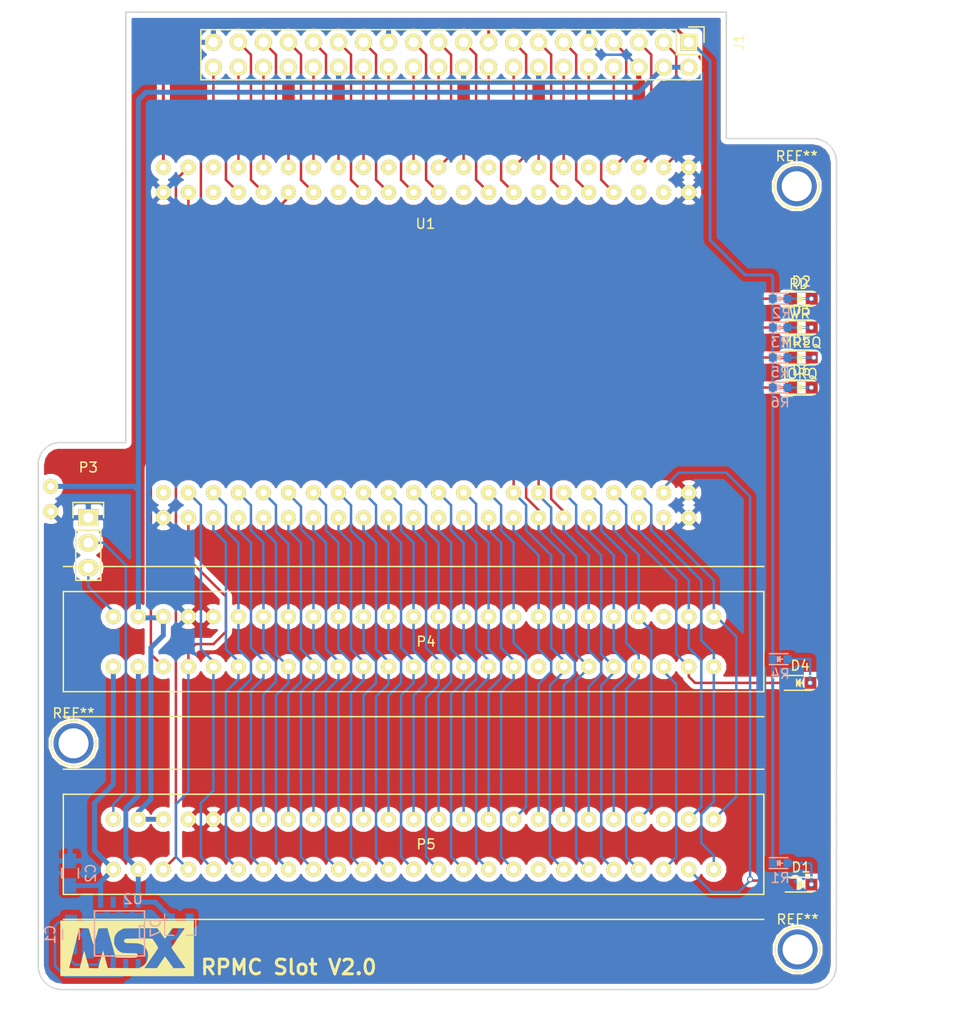
<source format=kicad_pcb>
(kicad_pcb (version 4) (host pcbnew 4.0.4-stable)
  (layers (0 F.Cu signal) (31 B.Cu signal) (34 B.Paste user) (35 F.Paste user) (36 B.SilkS user) (37 F.SilkS user) (38 B.Mask user) (39 F.Mask user) (44 Edge.Cuts user))
  (net 0 "")
  (net 1 +3V3)
  (net 2 +5V)
  (net 3 /MD02)
  (net 4 /MD03)
  (net 5 GND)
  (net 6 /MD04)
  (net 7 /MD14)
  (net 8 /MD15)
  (net 9 /MRD)
  (net 10 /MMERQ)
  (net 11 /MEXT)
  (net 12 /MSLTSL1)
  (net 13 /MWAIT)
  (net 14 /MA0)
  (net 15 /MD10)
  (net 16 /MD09)
  (net 17 /MODE)
  (net 18 /MD11)
  (net 19 /MD08)
  (net 20 /MD07)
  (net 21 /MD00)
  (net 22 /MD01)
  (net 23 /MD05)
  (net 24 /MD06)
  (net 25 /MD12)
  (net 26 /MD13)
  (net 27 /MIORQ)
  (net 28 /MWR)
  (net 29 /MCS)
  (net 30 /MRESET)
  (net 31 /MSLTSL0)
  (net 32 /SOUNDIN0)
  (net 33 /SOUNDIN1)
  (net 34 /CS1)
  (net 35 /CS2)
  (net 36 /CS12)
  (net 37 /SLTSL0)
  (net 38 "Net-(P4-Pad5)")
  (net 39 /RFSH)
  (net 40 /NWAIT)
  (net 41 /INT)
  (net 42 /M1)
  (net 43 /BUSDIR)
  (net 44 /IORQ)
  (net 45 /MERQ)
  (net 46 /WR)
  (net 47 /RD)
  (net 48 /RESET)
  (net 49 "Net-(P4-Pad16)")
  (net 50 /A9)
  (net 51 /A15)
  (net 52 /A11)
  (net 53 /A10)
  (net 54 /A7)
  (net 55 /A6)
  (net 56 /A12)
  (net 57 /A8)
  (net 58 /A14)
  (net 59 /A13)
  (net 60 /A1)
  (net 61 /A0)
  (net 62 /A3)
  (net 63 /A2)
  (net 64 /A5)
  (net 65 /A4)
  (net 66 /D1)
  (net 67 /D0)
  (net 68 /D3)
  (net 69 /D2)
  (net 70 /D5)
  (net 71 /D4)
  (net 72 /D7)
  (net 73 /D6)
  (net 74 /CLOCK)
  (net 75 /SWOUT)
  (net 76 /SW1)
  (net 77 /SLTSL1)
  (net 78 "Net-(P5-Pad5)")
  (net 79 "Net-(P5-Pad16)")
  (net 80 /SW2)
  (net 81 "Net-(U1-Pad4)")
  (net 82 "Net-(U1-Pad6)")
  (net 83 "Net-(U1-Pad9)")
  (net 84 "Net-(U1-Pad14)")
  (net 85 "Net-(U1-Pad17)")
  (net 86 "Net-(U1-Pad20)")
  (net 87 "Net-(U1-Pad25)")
  (net 88 "Net-(U1-Pad30)")
  (net 89 "Net-(U1-Pad39)")
  (net 90 "Net-(U1-Pad40)")
  (net 91 "Net-(D1-Pad2)")
  (net 92 "Net-(D2-Pad2)")
  (net 93 "Net-(D3-Pad2)")
  (net 94 "Net-(D4-Pad2)")
  (net 95 "Net-(D5-Pad2)")
  (net 96 "Net-(D6-Pad2)")
  (net 97 /-12V)
  (net 98 +12V)
  (net 99 "Net-(U2-Pad7)")
  (net 100 "Net-(U2-Pad6)")
  (net 101 "Net-(U2-Pad1)")
  (net 102 "Net-(D7-Pad2)")
  (net 103 /C+)
  (net 104 /C-)
  (module Connect:1pin (layer F.Cu) (at 177.0761 65.6717)
    (fp_text reference REF** (at 0 -3.048) (layer F.SilkS))
    (fp_text value 1pin)
    (pad 1 thru_hole circle (at 0 0) (size 4.064 4.064) (drill 3.048) (layers *.Cu *.Mask))
  )
  (module Connect:1pin (layer F.Cu) (at 103.6574 122.2121)
    (fp_text reference REF** (at 0 -3.048) (layer F.SilkS))
    (fp_text value 1pin)
    (pad 1 thru_hole circle (at 0 0) (size 4.064 4.064) (drill 3.048) (layers *.Cu *.Mask))
  )
  (module .pretty:emp270_board (layer F.Cu) (at 138.176 84.074)
    (fp_text reference U1 (at 1.2065 -14.5923) (layer F.SilkS))
    (fp_text value CPLD)
    (pad 1 thru_hole circle (at 27.94 -20.32) (size 1.524 1.524) (drill 0.7) (layers *.Cu *.Mask F.SilkS) (net 5 GND))
    (pad 2 thru_hole circle (at 27.94 -17.78) (size 1.524 1.524) (drill 0.7) (layers *.Cu *.Mask F.SilkS) (net 5 GND))
    (pad 3 thru_hole circle (at 25.4 -20.32) (size 1.524 1.524) (drill 0.7) (layers *.Cu *.Mask F.SilkS) (net 3 /MD02))
    (pad 4 thru_hole circle (at 25.4 -17.78) (size 1.524 1.524) (drill 0.7) (layers *.Cu *.Mask F.SilkS) (net 81 "Net-(U1-Pad4)"))
    (pad 5 thru_hole circle (at 22.86 -20.32) (size 1.524 1.524) (drill 0.7) (layers *.Cu *.Mask F.SilkS) (net 4 /MD03))
    (pad 6 thru_hole circle (at 22.86 -17.78) (size 1.524 1.524) (drill 0.7) (layers *.Cu *.Mask F.SilkS) (net 82 "Net-(U1-Pad6)"))
    (pad 7 thru_hole circle (at 20.32 -20.32) (size 1.524 1.524) (drill 0.7) (layers *.Cu *.Mask F.SilkS) (net 6 /MD04))
    (pad 8 thru_hole circle (at 20.32 -17.78) (size 1.524 1.524) (drill 0.7) (layers *.Cu *.Mask F.SilkS) (net 7 /MD14))
    (pad 9 thru_hole circle (at 17.78 -20.32) (size 1.524 1.524) (drill 0.7) (layers *.Cu *.Mask F.SilkS) (net 83 "Net-(U1-Pad9)"))
    (pad 10 thru_hole circle (at 17.78 -17.78) (size 1.524 1.524) (drill 0.7) (layers *.Cu *.Mask F.SilkS) (net 8 /MD15))
    (pad 11 thru_hole circle (at 15.24 -20.32) (size 1.524 1.524) (drill 0.7) (layers *.Cu *.Mask F.SilkS) (net 9 /MRD))
    (pad 12 thru_hole circle (at 15.24 -17.78) (size 1.524 1.524) (drill 0.7) (layers *.Cu *.Mask F.SilkS) (net 10 /MMERQ))
    (pad 13 thru_hole circle (at 12.7 -20.32) (size 1.524 1.524) (drill 0.7) (layers *.Cu *.Mask F.SilkS) (net 11 /MEXT))
    (pad 14 thru_hole circle (at 12.7 -17.78) (size 1.524 1.524) (drill 0.7) (layers *.Cu *.Mask F.SilkS) (net 84 "Net-(U1-Pad14)"))
    (pad 15 thru_hole circle (at 10.16 -20.32) (size 1.524 1.524) (drill 0.7) (layers *.Cu *.Mask F.SilkS) (net 12 /MSLTSL1))
    (pad 16 thru_hole circle (at 10.16 -17.78) (size 1.524 1.524) (drill 0.7) (layers *.Cu *.Mask F.SilkS) (net 13 /MWAIT))
    (pad 17 thru_hole circle (at 7.62 -20.32) (size 1.524 1.524) (drill 0.7) (layers *.Cu *.Mask F.SilkS) (net 85 "Net-(U1-Pad17)"))
    (pad 18 thru_hole circle (at 7.62 -17.78) (size 1.524 1.524) (drill 0.7) (layers *.Cu *.Mask F.SilkS) (net 14 /MA0))
    (pad 19 thru_hole circle (at 5.08 -20.32) (size 1.524 1.524) (drill 0.7) (layers *.Cu *.Mask F.SilkS) (net 15 /MD10))
    (pad 20 thru_hole circle (at 5.08 -17.78) (size 1.524 1.524) (drill 0.7) (layers *.Cu *.Mask F.SilkS) (net 86 "Net-(U1-Pad20)"))
    (pad 21 thru_hole circle (at 2.54 -20.32) (size 1.524 1.524) (drill 0.7) (layers *.Cu *.Mask F.SilkS) (net 16 /MD09))
    (pad 22 thru_hole circle (at 2.54 -17.78) (size 1.524 1.524) (drill 0.7) (layers *.Cu *.Mask F.SilkS) (net 17 /MODE))
    (pad 23 thru_hole circle (at 0 -20.32) (size 1.524 1.524) (drill 0.7) (layers *.Cu *.Mask F.SilkS) (net 18 /MD11))
    (pad 24 thru_hole circle (at 0 -17.78) (size 1.524 1.524) (drill 0.7) (layers *.Cu *.Mask F.SilkS) (net 19 /MD08))
    (pad 25 thru_hole circle (at -2.54 -20.32) (size 1.524 1.524) (drill 0.7) (layers *.Cu *.Mask F.SilkS) (net 87 "Net-(U1-Pad25)"))
    (pad 26 thru_hole circle (at -2.54 -17.78) (size 1.524 1.524) (drill 0.7) (layers *.Cu *.Mask F.SilkS) (net 20 /MD07))
    (pad 27 thru_hole circle (at -5.08 -20.32) (size 1.524 1.524) (drill 0.7) (layers *.Cu *.Mask F.SilkS) (net 21 /MD00))
    (pad 28 thru_hole circle (at -5.08 -17.78) (size 1.524 1.524) (drill 0.7) (layers *.Cu *.Mask F.SilkS) (net 22 /MD01))
    (pad 29 thru_hole circle (at -7.62 -20.32) (size 1.524 1.524) (drill 0.7) (layers *.Cu *.Mask F.SilkS) (net 23 /MD05))
    (pad 30 thru_hole circle (at -7.62 -17.78) (size 1.524 1.524) (drill 0.7) (layers *.Cu *.Mask F.SilkS) (net 88 "Net-(U1-Pad30)"))
    (pad 31 thru_hole circle (at -10.16 -20.32) (size 1.524 1.524) (drill 0.7) (layers *.Cu *.Mask F.SilkS) (net 24 /MD06))
    (pad 32 thru_hole circle (at -10.16 -17.78) (size 1.524 1.524) (drill 0.7) (layers *.Cu *.Mask F.SilkS) (net 25 /MD12))
    (pad 33 thru_hole circle (at -12.7 -20.32) (size 1.524 1.524) (drill 0.7) (layers *.Cu *.Mask F.SilkS) (net 26 /MD13))
    (pad 34 thru_hole circle (at -12.7 -17.78) (size 1.524 1.524) (drill 0.7) (layers *.Cu *.Mask F.SilkS) (net 31 /MSLTSL0))
    (pad 35 thru_hole circle (at -15.24 -20.32) (size 1.524 1.524) (drill 0.7) (layers *.Cu *.Mask F.SilkS) (net 27 /MIORQ))
    (pad 36 thru_hole circle (at -15.24 -17.78) (size 1.524 1.524) (drill 0.7) (layers *.Cu *.Mask F.SilkS) (net 28 /MWR))
    (pad 37 thru_hole circle (at -17.78 -20.32) (size 1.524 1.524) (drill 0.7) (layers *.Cu *.Mask F.SilkS) (net 29 /MCS))
    (pad 38 thru_hole circle (at -17.78 -17.78) (size 1.524 1.524) (drill 0.7) (layers *.Cu *.Mask F.SilkS) (net 30 /MRESET))
    (pad 39 thru_hole circle (at -20.32 -20.32) (size 1.524 1.524) (drill 0.7) (layers *.Cu *.Mask F.SilkS) (net 89 "Net-(U1-Pad39)"))
    (pad 40 thru_hole circle (at -20.32 -17.78) (size 1.524 1.524) (drill 0.7) (layers *.Cu *.Mask F.SilkS) (net 90 "Net-(U1-Pad40)"))
    (pad 41 thru_hole circle (at -22.86 -20.32) (size 1.524 1.524) (drill 0.7) (layers *.Cu *.Mask F.SilkS) (net 76 /SW1))
    (pad 42 thru_hole circle (at -22.86 -17.78) (size 1.524 1.524) (drill 0.7) (layers *.Cu *.Mask F.SilkS) (net 80 /SW2))
    (pad 43 thru_hole circle (at -25.4 -20.32) (size 1.524 1.524) (drill 0.7) (layers *.Cu *.Mask F.SilkS) (net 1 +3V3))
    (pad 44 thru_hole circle (at -25.4 -17.78) (size 1.524 1.524) (drill 0.7) (layers *.Cu *.Mask F.SilkS) (net 5 GND))
    (pad 45 thru_hole circle (at -25.4 15.24) (size 1.524 1.524) (drill 0.7) (layers *.Cu *.Mask F.SilkS) (net 5 GND))
    (pad 46 thru_hole circle (at -25.4 12.7) (size 1.524 1.524) (drill 0.7) (layers *.Cu *.Mask F.SilkS) (net 1 +3V3))
    (pad 47 thru_hole circle (at -22.86 15.24) (size 1.524 1.524) (drill 0.7) (layers *.Cu *.Mask F.SilkS) (net 75 /SWOUT))
    (pad 48 thru_hole circle (at -22.86 12.7) (size 1.524 1.524) (drill 0.7) (layers *.Cu *.Mask F.SilkS) (net 74 /CLOCK))
    (pad 49 thru_hole circle (at -20.32 15.24) (size 1.524 1.524) (drill 0.7) (layers *.Cu *.Mask F.SilkS) (net 73 /D6))
    (pad 50 thru_hole circle (at -20.32 12.7) (size 1.524 1.524) (drill 0.7) (layers *.Cu *.Mask F.SilkS) (net 72 /D7))
    (pad 51 thru_hole circle (at -17.78 15.24) (size 1.524 1.524) (drill 0.7) (layers *.Cu *.Mask F.SilkS) (net 71 /D4))
    (pad 52 thru_hole circle (at -17.78 12.7) (size 1.524 1.524) (drill 0.7) (layers *.Cu *.Mask F.SilkS) (net 70 /D5))
    (pad 53 thru_hole circle (at -15.24 15.24) (size 1.524 1.524) (drill 0.7) (layers *.Cu *.Mask F.SilkS) (net 69 /D2))
    (pad 54 thru_hole circle (at -15.24 12.7) (size 1.524 1.524) (drill 0.7) (layers *.Cu *.Mask F.SilkS) (net 68 /D3))
    (pad 55 thru_hole circle (at -12.7 15.24) (size 1.524 1.524) (drill 0.7) (layers *.Cu *.Mask F.SilkS) (net 67 /D0))
    (pad 56 thru_hole circle (at -12.7 12.7) (size 1.524 1.524) (drill 0.7) (layers *.Cu *.Mask F.SilkS) (net 66 /D1))
    (pad 57 thru_hole circle (at -10.16 15.24) (size 1.524 1.524) (drill 0.7) (layers *.Cu *.Mask F.SilkS) (net 65 /A4))
    (pad 58 thru_hole circle (at -10.16 12.7) (size 1.524 1.524) (drill 0.7) (layers *.Cu *.Mask F.SilkS) (net 64 /A5))
    (pad 59 thru_hole circle (at -7.62 15.24) (size 1.524 1.524) (drill 0.7) (layers *.Cu *.Mask F.SilkS) (net 63 /A2))
    (pad 60 thru_hole circle (at -7.62 12.7) (size 1.524 1.524) (drill 0.7) (layers *.Cu *.Mask F.SilkS) (net 62 /A3))
    (pad 61 thru_hole circle (at -5.08 15.24) (size 1.524 1.524) (drill 0.7) (layers *.Cu *.Mask F.SilkS) (net 61 /A0))
    (pad 62 thru_hole circle (at -5.08 12.7) (size 1.524 1.524) (drill 0.7) (layers *.Cu *.Mask F.SilkS) (net 60 /A1))
    (pad 63 thru_hole circle (at -2.54 15.24) (size 1.524 1.524) (drill 0.7) (layers *.Cu *.Mask F.SilkS) (net 59 /A13))
    (pad 64 thru_hole circle (at -2.54 12.7) (size 1.524 1.524) (drill 0.7) (layers *.Cu *.Mask F.SilkS) (net 58 /A14))
    (pad 65 thru_hole circle (at 0 15.24) (size 1.524 1.524) (drill 0.7) (layers *.Cu *.Mask F.SilkS) (net 57 /A8))
    (pad 66 thru_hole circle (at 0 12.7) (size 1.524 1.524) (drill 0.7) (layers *.Cu *.Mask F.SilkS) (net 56 /A12))
    (pad 67 thru_hole circle (at 2.54 15.24) (size 1.524 1.524) (drill 0.7) (layers *.Cu *.Mask F.SilkS) (net 55 /A6))
    (pad 68 thru_hole circle (at 2.54 12.7) (size 1.524 1.524) (drill 0.7) (layers *.Cu *.Mask F.SilkS) (net 54 /A7))
    (pad 69 thru_hole circle (at 5.08 15.24) (size 1.524 1.524) (drill 0.7) (layers *.Cu *.Mask F.SilkS) (net 53 /A10))
    (pad 70 thru_hole circle (at 5.08 12.7) (size 1.524 1.524) (drill 0.7) (layers *.Cu *.Mask F.SilkS) (net 52 /A11))
    (pad 71 thru_hole circle (at 7.62 15.24) (size 1.524 1.524) (drill 0.7) (layers *.Cu *.Mask F.SilkS) (net 51 /A15))
    (pad 72 thru_hole circle (at 7.62 12.7) (size 1.524 1.524) (drill 0.7) (layers *.Cu *.Mask F.SilkS) (net 50 /A9))
    (pad 73 thru_hole circle (at 10.16 15.24) (size 1.524 1.524) (drill 0.7) (layers *.Cu *.Mask F.SilkS) (net 48 /RESET))
    (pad 74 thru_hole circle (at 10.16 12.7) (size 1.524 1.524) (drill 0.7) (layers *.Cu *.Mask F.SilkS) (net 47 /RD))
    (pad 75 thru_hole circle (at 12.7 15.24) (size 1.524 1.524) (drill 0.7) (layers *.Cu *.Mask F.SilkS) (net 46 /WR))
    (pad 76 thru_hole circle (at 12.7 12.7) (size 1.524 1.524) (drill 0.7) (layers *.Cu *.Mask F.SilkS) (net 45 /MERQ))
    (pad 77 thru_hole circle (at 15.24 15.24) (size 1.524 1.524) (drill 0.7) (layers *.Cu *.Mask F.SilkS) (net 44 /IORQ))
    (pad 78 thru_hole circle (at 15.24 12.7) (size 1.524 1.524) (drill 0.7) (layers *.Cu *.Mask F.SilkS) (net 43 /BUSDIR))
    (pad 79 thru_hole circle (at 17.78 15.24) (size 1.524 1.524) (drill 0.7) (layers *.Cu *.Mask F.SilkS) (net 42 /M1))
    (pad 80 thru_hole circle (at 17.78 12.7) (size 1.524 1.524) (drill 0.7) (layers *.Cu *.Mask F.SilkS) (net 41 /INT))
    (pad 81 thru_hole circle (at 20.32 15.24) (size 1.524 1.524) (drill 0.7) (layers *.Cu *.Mask F.SilkS) (net 40 /NWAIT))
    (pad 82 thru_hole circle (at 20.32 12.7) (size 1.524 1.524) (drill 0.7) (layers *.Cu *.Mask F.SilkS) (net 37 /SLTSL0))
    (pad 83 thru_hole circle (at 22.86 15.24) (size 1.524 1.524) (drill 0.7) (layers *.Cu *.Mask F.SilkS) (net 36 /CS12))
    (pad 84 thru_hole circle (at 22.86 12.7) (size 1.524 1.524) (drill 0.7) (layers *.Cu *.Mask F.SilkS) (net 35 /CS2))
    (pad 85 thru_hole circle (at 25.4 15.24) (size 1.524 1.524) (drill 0.7) (layers *.Cu *.Mask F.SilkS) (net 34 /CS1))
    (pad 86 thru_hole circle (at 25.4 12.7) (size 1.524 1.524) (drill 0.7) (layers *.Cu *.Mask F.SilkS) (net 77 /SLTSL1))
    (pad 87 thru_hole circle (at 27.94 15.24) (size 1.524 1.524) (drill 0.7) (layers *.Cu *.Mask F.SilkS) (net 5 GND))
    (pad 88 thru_hole circle (at 27.94 12.7) (size 1.524 1.524) (drill 0.7) (layers *.Cu *.Mask F.SilkS) (net 5 GND))
    (pad 90 thru_hole circle (at -36.83 14.605) (size 1.524 1.524) (drill 0.7) (layers *.Cu *.Mask F.SilkS) (net 5 GND))
    (pad 89 thru_hole circle (at -36.83 12.065) (size 1.524 1.524) (drill 0.7) (layers *.Cu *.Mask F.SilkS) (net 2 +5V))
  )
  (module .pretty:MSX_SLOT (layer F.Cu) (at 139.446 111.887)
    (fp_text reference P4 (at 0 0) (layer F.SilkS))
    (fp_text value CONN_02X25)
    (pad 1 thru_hole circle (at 29.21 -2.54) (size 1.524 1.524) (drill 0.762) (layers *.Cu *.Mask F.SilkS) (net 34 /CS1))
    (pad 2 thru_hole circle (at 29.21 2.54) (size 1.524 1.524) (drill 0.762) (layers *.Cu *.Mask F.SilkS) (net 35 /CS2))
    (pad 3 thru_hole circle (at 26.67 -2.54) (size 1.524 1.524) (drill 0.762) (layers *.Cu *.Mask F.SilkS) (net 36 /CS12))
    (pad 4 thru_hole circle (at 26.67 2.54) (size 1.524 1.524) (drill 0.762) (layers *.Cu *.Mask F.SilkS) (net 37 /SLTSL0))
    (pad 5 thru_hole circle (at 24.13 -2.54) (size 1.524 1.524) (drill 0.762) (layers *.Cu *.Mask F.SilkS) (net 38 "Net-(P4-Pad5)"))
    (pad 6 thru_hole circle (at 24.13 2.54) (size 1.524 1.524) (drill 0.762) (layers *.Cu *.Mask F.SilkS) (net 39 /RFSH))
    (pad 7 thru_hole circle (at 21.59 -2.54) (size 1.524 1.524) (drill 0.762) (layers *.Cu *.Mask F.SilkS) (net 40 /NWAIT))
    (pad 8 thru_hole circle (at 21.59 2.54) (size 1.524 1.524) (drill 0.762) (layers *.Cu *.Mask F.SilkS) (net 41 /INT))
    (pad 9 thru_hole circle (at 19.05 -2.54) (size 1.524 1.524) (drill 0.762) (layers *.Cu *.Mask F.SilkS) (net 42 /M1))
    (pad 10 thru_hole circle (at 19.05 2.54) (size 1.524 1.524) (drill 0.762) (layers *.Cu *.Mask F.SilkS) (net 43 /BUSDIR))
    (pad 11 thru_hole circle (at 16.51 -2.54) (size 1.524 1.524) (drill 0.762) (layers *.Cu *.Mask F.SilkS) (net 44 /IORQ))
    (pad 12 thru_hole circle (at 16.51 2.54) (size 1.524 1.524) (drill 0.762) (layers *.Cu *.Mask F.SilkS) (net 45 /MERQ))
    (pad 13 thru_hole circle (at 13.97 -2.54) (size 1.524 1.524) (drill 0.762) (layers *.Cu *.Mask F.SilkS) (net 46 /WR))
    (pad 14 thru_hole circle (at 13.97 2.54) (size 1.524 1.524) (drill 0.762) (layers *.Cu *.Mask F.SilkS) (net 47 /RD))
    (pad 15 thru_hole circle (at 11.43 -2.54) (size 1.524 1.524) (drill 0.762) (layers *.Cu *.Mask F.SilkS) (net 48 /RESET))
    (pad 16 thru_hole circle (at 11.43 2.54) (size 1.524 1.524) (drill 0.762) (layers *.Cu *.Mask F.SilkS) (net 49 "Net-(P4-Pad16)"))
    (pad 17 thru_hole circle (at 8.89 -2.54) (size 1.524 1.524) (drill 0.762) (layers *.Cu *.Mask F.SilkS) (net 50 /A9))
    (pad 18 thru_hole circle (at 8.89 2.54) (size 1.524 1.524) (drill 0.762) (layers *.Cu *.Mask F.SilkS) (net 51 /A15))
    (pad 19 thru_hole circle (at 6.35 -2.54) (size 1.524 1.524) (drill 0.762) (layers *.Cu *.Mask F.SilkS) (net 52 /A11))
    (pad 20 thru_hole circle (at 6.35 2.54) (size 1.524 1.524) (drill 0.762) (layers *.Cu *.Mask F.SilkS) (net 53 /A10))
    (pad 21 thru_hole circle (at 3.81 -2.54) (size 1.524 1.524) (drill 0.762) (layers *.Cu *.Mask F.SilkS) (net 54 /A7))
    (pad 22 thru_hole circle (at 3.81 2.54) (size 1.524 1.524) (drill 0.762) (layers *.Cu *.Mask F.SilkS) (net 55 /A6))
    (pad 23 thru_hole circle (at 1.27 -2.54) (size 1.524 1.524) (drill 0.762) (layers *.Cu *.Mask F.SilkS) (net 56 /A12))
    (pad 24 thru_hole circle (at 1.27 2.54) (size 1.524 1.524) (drill 0.762) (layers *.Cu *.Mask F.SilkS) (net 57 /A8))
    (pad 25 thru_hole circle (at -1.27 -2.54) (size 1.524 1.524) (drill 0.762) (layers *.Cu *.Mask F.SilkS) (net 58 /A14))
    (pad 26 thru_hole circle (at -1.27 2.54) (size 1.524 1.524) (drill 0.762) (layers *.Cu *.Mask F.SilkS) (net 59 /A13))
    (pad 27 thru_hole circle (at -3.81 -2.54) (size 1.524 1.524) (drill 0.762) (layers *.Cu *.Mask F.SilkS) (net 60 /A1))
    (pad 28 thru_hole circle (at -3.81 2.54) (size 1.524 1.524) (drill 0.762) (layers *.Cu *.Mask F.SilkS) (net 61 /A0))
    (pad 29 thru_hole circle (at -6.35 -2.54) (size 1.524 1.524) (drill 0.762) (layers *.Cu *.Mask F.SilkS) (net 62 /A3))
    (pad 30 thru_hole circle (at -6.35 2.54) (size 1.524 1.524) (drill 0.762) (layers *.Cu *.Mask F.SilkS) (net 63 /A2))
    (pad 31 thru_hole circle (at -8.89 -2.54) (size 1.524 1.524) (drill 0.762) (layers *.Cu *.Mask F.SilkS) (net 64 /A5))
    (pad 32 thru_hole circle (at -8.89 2.54) (size 1.524 1.524) (drill 0.762) (layers *.Cu *.Mask F.SilkS) (net 65 /A4))
    (pad 33 thru_hole circle (at -11.43 -2.54) (size 1.524 1.524) (drill 0.762) (layers *.Cu *.Mask F.SilkS) (net 66 /D1))
    (pad 34 thru_hole circle (at -11.43 2.54) (size 1.524 1.524) (drill 0.762) (layers *.Cu *.Mask F.SilkS) (net 67 /D0))
    (pad 35 thru_hole circle (at -13.97 -2.54) (size 1.524 1.524) (drill 0.762) (layers *.Cu *.Mask F.SilkS) (net 68 /D3))
    (pad 36 thru_hole circle (at -13.97 2.54) (size 1.524 1.524) (drill 0.762) (layers *.Cu *.Mask F.SilkS) (net 69 /D2))
    (pad 37 thru_hole circle (at -16.51 -2.54) (size 1.524 1.524) (drill 0.762) (layers *.Cu *.Mask F.SilkS) (net 70 /D5))
    (pad 38 thru_hole circle (at -16.51 2.54) (size 1.524 1.524) (drill 0.762) (layers *.Cu *.Mask F.SilkS) (net 71 /D4))
    (pad 39 thru_hole circle (at -19.05 -2.54) (size 1.524 1.524) (drill 0.762) (layers *.Cu *.Mask F.SilkS) (net 72 /D7))
    (pad 40 thru_hole circle (at -19.05 2.54) (size 1.524 1.524) (drill 0.762) (layers *.Cu *.Mask F.SilkS) (net 73 /D6))
    (pad 41 thru_hole circle (at -21.59 -2.54) (size 1.524 1.524) (drill 0.762) (layers *.Cu *.Mask F.SilkS) (net 5 GND))
    (pad 42 thru_hole circle (at -21.59 2.54) (size 1.524 1.524) (drill 0.762) (layers *.Cu *.Mask F.SilkS) (net 74 /CLOCK))
    (pad 43 thru_hole circle (at -24.13 -2.54) (size 1.524 1.524) (drill 0.762) (layers *.Cu *.Mask F.SilkS) (net 5 GND))
    (pad 44 thru_hole circle (at -24.13 2.54) (size 1.524 1.524) (drill 0.762) (layers *.Cu *.Mask F.SilkS) (net 75 /SWOUT))
    (pad 45 thru_hole circle (at -26.67 -2.54) (size 1.524 1.524) (drill 0.762) (layers *.Cu *.Mask F.SilkS) (net 2 +5V))
    (pad 46 thru_hole circle (at -26.67 2.54) (size 1.524 1.524) (drill 0.762) (layers *.Cu *.Mask F.SilkS) (net 76 /SW1))
    (pad 47 thru_hole circle (at -29.21 -2.54) (size 1.524 1.524) (drill 0.762) (layers *.Cu *.Mask F.SilkS) (net 2 +5V))
    (pad 48 thru_hole circle (at -29.21 2.54) (size 1.524 1.524) (drill 0.762) (layers *.Cu *.Mask F.SilkS) (net 98 +12V))
    (pad 49 thru_hole circle (at -31.75 -2.54) (size 1.524 1.524) (drill 0.762) (layers *.Cu *.Mask F.SilkS) (net 33 /SOUNDIN1))
    (pad 50 thru_hole circle (at -31.75 2.54) (size 1.524 1.524) (drill 0.762) (layers *.Cu *.Mask F.SilkS) (net 97 /-12V))
  )
  (module .pretty:MSX_SLOT (layer F.Cu) (at 139.446 132.461)
    (fp_text reference P5 (at 0 0) (layer F.SilkS))
    (fp_text value CONN_02X25)
    (pad 1 thru_hole circle (at 29.21 -2.54) (size 1.524 1.524) (drill 0.762) (layers *.Cu *.Mask F.SilkS) (net 34 /CS1))
    (pad 2 thru_hole circle (at 29.21 2.54) (size 1.524 1.524) (drill 0.762) (layers *.Cu *.Mask F.SilkS) (net 35 /CS2))
    (pad 3 thru_hole circle (at 26.67 -2.54) (size 1.524 1.524) (drill 0.762) (layers *.Cu *.Mask F.SilkS) (net 36 /CS12))
    (pad 4 thru_hole circle (at 26.67 2.54) (size 1.524 1.524) (drill 0.762) (layers *.Cu *.Mask F.SilkS) (net 77 /SLTSL1))
    (pad 5 thru_hole circle (at 24.13 -2.54) (size 1.524 1.524) (drill 0.762) (layers *.Cu *.Mask F.SilkS) (net 78 "Net-(P5-Pad5)"))
    (pad 6 thru_hole circle (at 24.13 2.54) (size 1.524 1.524) (drill 0.762) (layers *.Cu *.Mask F.SilkS) (net 39 /RFSH))
    (pad 7 thru_hole circle (at 21.59 -2.54) (size 1.524 1.524) (drill 0.762) (layers *.Cu *.Mask F.SilkS) (net 40 /NWAIT))
    (pad 8 thru_hole circle (at 21.59 2.54) (size 1.524 1.524) (drill 0.762) (layers *.Cu *.Mask F.SilkS) (net 41 /INT))
    (pad 9 thru_hole circle (at 19.05 -2.54) (size 1.524 1.524) (drill 0.762) (layers *.Cu *.Mask F.SilkS) (net 42 /M1))
    (pad 10 thru_hole circle (at 19.05 2.54) (size 1.524 1.524) (drill 0.762) (layers *.Cu *.Mask F.SilkS) (net 43 /BUSDIR))
    (pad 11 thru_hole circle (at 16.51 -2.54) (size 1.524 1.524) (drill 0.762) (layers *.Cu *.Mask F.SilkS) (net 44 /IORQ))
    (pad 12 thru_hole circle (at 16.51 2.54) (size 1.524 1.524) (drill 0.762) (layers *.Cu *.Mask F.SilkS) (net 45 /MERQ))
    (pad 13 thru_hole circle (at 13.97 -2.54) (size 1.524 1.524) (drill 0.762) (layers *.Cu *.Mask F.SilkS) (net 46 /WR))
    (pad 14 thru_hole circle (at 13.97 2.54) (size 1.524 1.524) (drill 0.762) (layers *.Cu *.Mask F.SilkS) (net 47 /RD))
    (pad 15 thru_hole circle (at 11.43 -2.54) (size 1.524 1.524) (drill 0.762) (layers *.Cu *.Mask F.SilkS) (net 48 /RESET))
    (pad 16 thru_hole circle (at 11.43 2.54) (size 1.524 1.524) (drill 0.762) (layers *.Cu *.Mask F.SilkS) (net 79 "Net-(P5-Pad16)"))
    (pad 17 thru_hole circle (at 8.89 -2.54) (size 1.524 1.524) (drill 0.762) (layers *.Cu *.Mask F.SilkS) (net 50 /A9))
    (pad 18 thru_hole circle (at 8.89 2.54) (size 1.524 1.524) (drill 0.762) (layers *.Cu *.Mask F.SilkS) (net 51 /A15))
    (pad 19 thru_hole circle (at 6.35 -2.54) (size 1.524 1.524) (drill 0.762) (layers *.Cu *.Mask F.SilkS) (net 52 /A11))
    (pad 20 thru_hole circle (at 6.35 2.54) (size 1.524 1.524) (drill 0.762) (layers *.Cu *.Mask F.SilkS) (net 53 /A10))
    (pad 21 thru_hole circle (at 3.81 -2.54) (size 1.524 1.524) (drill 0.762) (layers *.Cu *.Mask F.SilkS) (net 54 /A7))
    (pad 22 thru_hole circle (at 3.81 2.54) (size 1.524 1.524) (drill 0.762) (layers *.Cu *.Mask F.SilkS) (net 55 /A6))
    (pad 23 thru_hole circle (at 1.27 -2.54) (size 1.524 1.524) (drill 0.762) (layers *.Cu *.Mask F.SilkS) (net 56 /A12))
    (pad 24 thru_hole circle (at 1.27 2.54) (size 1.524 1.524) (drill 0.762) (layers *.Cu *.Mask F.SilkS) (net 57 /A8))
    (pad 25 thru_hole circle (at -1.27 -2.54) (size 1.524 1.524) (drill 0.762) (layers *.Cu *.Mask F.SilkS) (net 58 /A14))
    (pad 26 thru_hole circle (at -1.27 2.54) (size 1.524 1.524) (drill 0.762) (layers *.Cu *.Mask F.SilkS) (net 59 /A13))
    (pad 27 thru_hole circle (at -3.81 -2.54) (size 1.524 1.524) (drill 0.762) (layers *.Cu *.Mask F.SilkS) (net 60 /A1))
    (pad 28 thru_hole circle (at -3.81 2.54) (size 1.524 1.524) (drill 0.762) (layers *.Cu *.Mask F.SilkS) (net 61 /A0))
    (pad 29 thru_hole circle (at -6.35 -2.54) (size 1.524 1.524) (drill 0.762) (layers *.Cu *.Mask F.SilkS) (net 62 /A3))
    (pad 30 thru_hole circle (at -6.35 2.54) (size 1.524 1.524) (drill 0.762) (layers *.Cu *.Mask F.SilkS) (net 63 /A2))
    (pad 31 thru_hole circle (at -8.89 -2.54) (size 1.524 1.524) (drill 0.762) (layers *.Cu *.Mask F.SilkS) (net 64 /A5))
    (pad 32 thru_hole circle (at -8.89 2.54) (size 1.524 1.524) (drill 0.762) (layers *.Cu *.Mask F.SilkS) (net 65 /A4))
    (pad 33 thru_hole circle (at -11.43 -2.54) (size 1.524 1.524) (drill 0.762) (layers *.Cu *.Mask F.SilkS) (net 66 /D1))
    (pad 34 thru_hole circle (at -11.43 2.54) (size 1.524 1.524) (drill 0.762) (layers *.Cu *.Mask F.SilkS) (net 67 /D0))
    (pad 35 thru_hole circle (at -13.97 -2.54) (size 1.524 1.524) (drill 0.762) (layers *.Cu *.Mask F.SilkS) (net 68 /D3))
    (pad 36 thru_hole circle (at -13.97 2.54) (size 1.524 1.524) (drill 0.762) (layers *.Cu *.Mask F.SilkS) (net 69 /D2))
    (pad 37 thru_hole circle (at -16.51 -2.54) (size 1.524 1.524) (drill 0.762) (layers *.Cu *.Mask F.SilkS) (net 70 /D5))
    (pad 38 thru_hole circle (at -16.51 2.54) (size 1.524 1.524) (drill 0.762) (layers *.Cu *.Mask F.SilkS) (net 71 /D4))
    (pad 39 thru_hole circle (at -19.05 -2.54) (size 1.524 1.524) (drill 0.762) (layers *.Cu *.Mask F.SilkS) (net 72 /D7))
    (pad 40 thru_hole circle (at -19.05 2.54) (size 1.524 1.524) (drill 0.762) (layers *.Cu *.Mask F.SilkS) (net 73 /D6))
    (pad 41 thru_hole circle (at -21.59 -2.54) (size 1.524 1.524) (drill 0.762) (layers *.Cu *.Mask F.SilkS) (net 5 GND))
    (pad 42 thru_hole circle (at -21.59 2.54) (size 1.524 1.524) (drill 0.762) (layers *.Cu *.Mask F.SilkS) (net 74 /CLOCK))
    (pad 43 thru_hole circle (at -24.13 -2.54) (size 1.524 1.524) (drill 0.762) (layers *.Cu *.Mask F.SilkS) (net 5 GND))
    (pad 44 thru_hole circle (at -24.13 2.54) (size 1.524 1.524) (drill 0.762) (layers *.Cu *.Mask F.SilkS) (net 75 /SWOUT))
    (pad 45 thru_hole circle (at -26.67 -2.54) (size 1.524 1.524) (drill 0.762) (layers *.Cu *.Mask F.SilkS) (net 2 +5V))
    (pad 46 thru_hole circle (at -26.67 2.54) (size 1.524 1.524) (drill 0.762) (layers *.Cu *.Mask F.SilkS) (net 80 /SW2))
    (pad 47 thru_hole circle (at -29.21 -2.54) (size 1.524 1.524) (drill 0.762) (layers *.Cu *.Mask F.SilkS) (net 2 +5V))
    (pad 48 thru_hole circle (at -29.21 2.54) (size 1.524 1.524) (drill 0.762) (layers *.Cu *.Mask F.SilkS) (net 98 +12V))
    (pad 49 thru_hole circle (at -31.75 -2.54) (size 1.524 1.524) (drill 0.762) (layers *.Cu *.Mask F.SilkS) (net 32 /SOUNDIN0))
    (pad 50 thru_hole circle (at -31.75 2.54) (size 1.524 1.524) (drill 0.762) (layers *.Cu *.Mask F.SilkS) (net 97 /-12V))
  )
  (module Pin_Headers:Pin_Header_Straight_2x20 (layer F.Cu) (at 166.116 51.054 270)
    (fp_text reference J1 (at 0 -5.1 270) (layer F.SilkS))
    (fp_text value RPi_GPIO)
    (pad 1 thru_hole rect (at 0 0 270) (size 1.7272 1.7272) (drill 1.016) (layers *.Cu *.Mask F.SilkS) (net 1 +3V3))
    (pad 2 thru_hole oval (at 2.54 0 270) (size 1.7272 1.7272) (drill 1.016) (layers *.Cu *.Mask F.SilkS) (net 2 +5V))
    (pad 3 thru_hole oval (at 0 2.54 270) (size 1.7272 1.7272) (drill 1.016) (layers *.Cu *.Mask F.SilkS) (net 3 /MD02))
    (pad 4 thru_hole oval (at 2.54 2.54 270) (size 1.7272 1.7272) (drill 1.016) (layers *.Cu *.Mask F.SilkS) (net 2 +5V))
    (pad 5 thru_hole oval (at 0 5.08 270) (size 1.7272 1.7272) (drill 1.016) (layers *.Cu *.Mask F.SilkS) (net 4 /MD03))
    (pad 6 thru_hole oval (at 2.54 5.08 270) (size 1.7272 1.7272) (drill 1.016) (layers *.Cu *.Mask F.SilkS) (net 5 GND))
    (pad 7 thru_hole oval (at 0 7.62 270) (size 1.7272 1.7272) (drill 1.016) (layers *.Cu *.Mask F.SilkS) (net 6 /MD04))
    (pad 8 thru_hole oval (at 2.54 7.62 270) (size 1.7272 1.7272) (drill 1.016) (layers *.Cu *.Mask F.SilkS) (net 7 /MD14))
    (pad 9 thru_hole oval (at 0 10.16 270) (size 1.7272 1.7272) (drill 1.016) (layers *.Cu *.Mask F.SilkS) (net 5 GND))
    (pad 10 thru_hole oval (at 2.54 10.16 270) (size 1.7272 1.7272) (drill 1.016) (layers *.Cu *.Mask F.SilkS) (net 8 /MD15))
    (pad 11 thru_hole oval (at 0 12.7 270) (size 1.7272 1.7272) (drill 1.016) (layers *.Cu *.Mask F.SilkS) (net 9 /MRD))
    (pad 12 thru_hole oval (at 2.54 12.7 270) (size 1.7272 1.7272) (drill 1.016) (layers *.Cu *.Mask F.SilkS) (net 10 /MMERQ))
    (pad 13 thru_hole oval (at 0 15.24 270) (size 1.7272 1.7272) (drill 1.016) (layers *.Cu *.Mask F.SilkS) (net 11 /MEXT))
    (pad 14 thru_hole oval (at 2.54 15.24 270) (size 1.7272 1.7272) (drill 1.016) (layers *.Cu *.Mask F.SilkS) (net 5 GND))
    (pad 15 thru_hole oval (at 0 17.78 270) (size 1.7272 1.7272) (drill 1.016) (layers *.Cu *.Mask F.SilkS) (net 12 /MSLTSL1))
    (pad 16 thru_hole oval (at 2.54 17.78 270) (size 1.7272 1.7272) (drill 1.016) (layers *.Cu *.Mask F.SilkS) (net 13 /MWAIT))
    (pad 17 thru_hole oval (at 0 20.32 270) (size 1.7272 1.7272) (drill 1.016) (layers *.Cu *.Mask F.SilkS) (net 1 +3V3))
    (pad 18 thru_hole oval (at 2.54 20.32 270) (size 1.7272 1.7272) (drill 1.016) (layers *.Cu *.Mask F.SilkS) (net 14 /MA0))
    (pad 19 thru_hole oval (at 0 22.86 270) (size 1.7272 1.7272) (drill 1.016) (layers *.Cu *.Mask F.SilkS) (net 15 /MD10))
    (pad 20 thru_hole oval (at 2.54 22.86 270) (size 1.7272 1.7272) (drill 1.016) (layers *.Cu *.Mask F.SilkS) (net 5 GND))
    (pad 21 thru_hole oval (at 0 25.4 270) (size 1.7272 1.7272) (drill 1.016) (layers *.Cu *.Mask F.SilkS) (net 16 /MD09))
    (pad 22 thru_hole oval (at 2.54 25.4 270) (size 1.7272 1.7272) (drill 1.016) (layers *.Cu *.Mask F.SilkS) (net 17 /MODE))
    (pad 23 thru_hole oval (at 0 27.94 270) (size 1.7272 1.7272) (drill 1.016) (layers *.Cu *.Mask F.SilkS) (net 18 /MD11))
    (pad 24 thru_hole oval (at 2.54 27.94 270) (size 1.7272 1.7272) (drill 1.016) (layers *.Cu *.Mask F.SilkS) (net 19 /MD08))
    (pad 25 thru_hole oval (at 0 30.48 270) (size 1.7272 1.7272) (drill 1.016) (layers *.Cu *.Mask F.SilkS) (net 5 GND))
    (pad 26 thru_hole oval (at 2.54 30.48 270) (size 1.7272 1.7272) (drill 1.016) (layers *.Cu *.Mask F.SilkS) (net 20 /MD07))
    (pad 27 thru_hole oval (at 0 33.02 270) (size 1.7272 1.7272) (drill 1.016) (layers *.Cu *.Mask F.SilkS) (net 21 /MD00))
    (pad 28 thru_hole oval (at 2.54 33.02 270) (size 1.7272 1.7272) (drill 1.016) (layers *.Cu *.Mask F.SilkS) (net 22 /MD01))
    (pad 29 thru_hole oval (at 0 35.56 270) (size 1.7272 1.7272) (drill 1.016) (layers *.Cu *.Mask F.SilkS) (net 23 /MD05))
    (pad 30 thru_hole oval (at 2.54 35.56 270) (size 1.7272 1.7272) (drill 1.016) (layers *.Cu *.Mask F.SilkS) (net 5 GND))
    (pad 31 thru_hole oval (at 0 38.1 270) (size 1.7272 1.7272) (drill 1.016) (layers *.Cu *.Mask F.SilkS) (net 24 /MD06))
    (pad 32 thru_hole oval (at 2.54 38.1 270) (size 1.7272 1.7272) (drill 1.016) (layers *.Cu *.Mask F.SilkS) (net 25 /MD12))
    (pad 33 thru_hole oval (at 0 40.64 270) (size 1.7272 1.7272) (drill 1.016) (layers *.Cu *.Mask F.SilkS) (net 26 /MD13))
    (pad 34 thru_hole oval (at 2.54 40.64 270) (size 1.7272 1.7272) (drill 1.016) (layers *.Cu *.Mask F.SilkS) (net 5 GND))
    (pad 35 thru_hole oval (at 0 43.18 270) (size 1.7272 1.7272) (drill 1.016) (layers *.Cu *.Mask F.SilkS) (net 27 /MIORQ))
    (pad 36 thru_hole oval (at 2.54 43.18 270) (size 1.7272 1.7272) (drill 1.016) (layers *.Cu *.Mask F.SilkS) (net 28 /MWR))
    (pad 37 thru_hole oval (at 0 45.72 270) (size 1.7272 1.7272) (drill 1.016) (layers *.Cu *.Mask F.SilkS) (net 29 /MCS))
    (pad 38 thru_hole oval (at 2.54 45.72 270) (size 1.7272 1.7272) (drill 1.016) (layers *.Cu *.Mask F.SilkS) (net 30 /MRESET))
    (pad 39 thru_hole oval (at 0 48.26 270) (size 1.7272 1.7272) (drill 1.016) (layers *.Cu *.Mask F.SilkS) (net 5 GND))
    (pad 40 thru_hole oval (at 2.54 48.26 270) (size 1.7272 1.7272) (drill 1.016) (layers *.Cu *.Mask F.SilkS) (net 31 /MSLTSL0))
  )
  (module Pin_Headers:Pin_Header_Straight_1x03 (layer F.Cu) (at 105.156 99.314)
    (fp_text reference P3 (at 0 -5.1) (layer F.SilkS))
    (fp_text value CONN_01X03)
    (pad 1 thru_hole rect (at 0 0) (size 2.032 1.7272) (drill 1.016) (layers *.Cu *.Mask F.SilkS) (net 5 GND))
    (pad 2 thru_hole oval (at 0 2.54) (size 2.032 1.7272) (drill 1.016) (layers *.Cu *.Mask F.SilkS) (net 32 /SOUNDIN0))
    (pad 3 thru_hole oval (at 0 5.08) (size 2.032 1.7272) (drill 1.016) (layers *.Cu *.Mask F.SilkS) (net 33 /SOUNDIN1))
  )
  (module LEDs:LED_0805 (layer F.Cu) (at 177.51552 136.5504)
    (fp_text reference D1 (at 0 -1.75) (layer F.SilkS))
    (fp_text value LED)
    (pad 2 smd rect (at 1.04902 0 180) (size 1.19888 1.19888) (layers F.Cu F.Paste F.Mask) (net 91 "Net-(D1-Pad2)"))
    (pad 1 smd rect (at -1.04902 0 180) (size 1.19888 1.19888) (layers F.Cu F.Paste F.Mask) (net 77 /SLTSL1))
  )
  (module LEDs:LED_0805 (layer F.Cu) (at 177.546 77.089)
    (fp_text reference RD (at -0.254 -1.4986) (layer F.SilkS))
    (fp_text value LED)
    (pad 2 smd rect (at 1.04902 0 180) (size 1.19888 1.19888) (layers F.Cu F.Paste F.Mask) (net 92 "Net-(D2-Pad2)"))
    (pad 1 smd rect (at -1.04902 0 180) (size 1.19888 1.19888) (layers F.Cu F.Paste F.Mask) (net 47 /RD))
  )
  (module LEDs:LED_0805 (layer F.Cu) (at 177.546 80.01)
    (fp_text reference WR (at -0.1778 -1.397) (layer F.SilkS))
    (fp_text value LED)
    (pad 2 smd rect (at 1.04902 0 180) (size 1.19888 1.19888) (layers F.Cu F.Paste F.Mask) (net 93 "Net-(D3-Pad2)"))
    (pad 1 smd rect (at -1.04902 0 180) (size 1.19888 1.19888) (layers F.Cu F.Paste F.Mask) (net 46 /WR))
  )
  (module LEDs:LED_0805 (layer F.Cu) (at 177.419 116.078)
    (fp_text reference D4 (at 0 -1.75) (layer F.SilkS))
    (fp_text value LED)
    (pad 2 smd rect (at 1.04902 0 180) (size 1.19888 1.19888) (layers F.Cu F.Paste F.Mask) (net 94 "Net-(D4-Pad2)"))
    (pad 1 smd rect (at -1.04902 0 180) (size 1.19888 1.19888) (layers F.Cu F.Paste F.Mask) (net 37 /SLTSL0))
  )
  (module LEDs:LED_0805 (layer F.Cu) (at 177.546 83.058)
    (fp_text reference MREQ (at 0 -1.524) (layer F.SilkS))
    (fp_text value LED)
    (pad 2 smd rect (at 1.04902 0 180) (size 1.19888 1.19888) (layers F.Cu F.Paste F.Mask) (net 95 "Net-(D5-Pad2)"))
    (pad 1 smd rect (at -1.04902 0 180) (size 1.19888 1.19888) (layers F.Cu F.Paste F.Mask) (net 45 /MERQ))
  )
  (module LEDs:LED_0805 (layer F.Cu) (at 177.546 86.106)
    (fp_text reference IORQ (at -0.127 -1.397) (layer F.SilkS))
    (fp_text value LED)
    (pad 2 smd rect (at 1.04902 0 180) (size 1.19888 1.19888) (layers F.Cu F.Paste F.Mask) (net 96 "Net-(D6-Pad2)"))
    (pad 1 smd rect (at -1.04902 0 180) (size 1.19888 1.19888) (layers F.Cu F.Paste F.Mask) (net 44 /IORQ))
  )
  (module LEDs:LED_0603 (layer B.Cu) (at 175.387 134.366)
    (fp_text reference R1 (at 0 1.5) (layer B.SilkS) (effects (justify mirror)))
    (fp_text value R)
    (pad 2 smd rect (at 0.7493 0 180) (size 0.79756 0.79756) (layers B.Cu B.Paste B.Mask) (net 91 "Net-(D1-Pad2)"))
    (pad 1 smd rect (at -0.7493 0 180) (size 0.79756 0.79756) (layers B.Cu B.Paste B.Mask) (net 1 +3V3))
  )
  (module LEDs:LED_0603 (layer B.Cu) (at 175.387 77.089)
    (fp_text reference R2 (at 0.14224 1.46304) (layer B.SilkS) (effects (justify mirror)))
    (fp_text value R)
    (pad 2 smd rect (at 0.7493 0 180) (size 0.79756 0.79756) (layers B.Cu B.Paste B.Mask) (net 92 "Net-(D2-Pad2)"))
    (pad 1 smd rect (at -0.7493 0 180) (size 0.79756 0.79756) (layers B.Cu B.Paste B.Mask) (net 1 +3V3))
  )
  (module LEDs:LED_0603 (layer B.Cu) (at 175.387 80.01)
    (fp_text reference R3 (at 0 1.5) (layer B.SilkS) (effects (justify mirror)))
    (fp_text value R)
    (pad 2 smd rect (at 0.7493 0 180) (size 0.79756 0.79756) (layers B.Cu B.Paste B.Mask) (net 93 "Net-(D3-Pad2)"))
    (pad 1 smd rect (at -0.7493 0 180) (size 0.79756 0.79756) (layers B.Cu B.Paste B.Mask) (net 1 +3V3))
  )
  (module LEDs:LED_0603 (layer B.Cu) (at 175.387 113.665)
    (fp_text reference R4 (at 0 1.5) (layer B.SilkS) (effects (justify mirror)))
    (fp_text value R)
    (pad 2 smd rect (at 0.7493 0 180) (size 0.79756 0.79756) (layers B.Cu B.Paste B.Mask) (net 94 "Net-(D4-Pad2)"))
    (pad 1 smd rect (at -0.7493 0 180) (size 0.79756 0.79756) (layers B.Cu B.Paste B.Mask) (net 1 +3V3))
  )
  (module LEDs:LED_0603 (layer B.Cu) (at 175.387 83.058)
    (fp_text reference R5 (at 0 1.5) (layer B.SilkS) (effects (justify mirror)))
    (fp_text value R)
    (pad 2 smd rect (at 0.7493 0 180) (size 0.79756 0.79756) (layers B.Cu B.Paste B.Mask) (net 95 "Net-(D5-Pad2)"))
    (pad 1 smd rect (at -0.7493 0 180) (size 0.79756 0.79756) (layers B.Cu B.Paste B.Mask) (net 1 +3V3))
  )
  (module LEDs:LED_0603 (layer B.Cu) (at 175.387 86.106)
    (fp_text reference R6 (at 0 1.5) (layer B.SilkS) (effects (justify mirror)))
    (fp_text value R)
    (pad 2 smd rect (at 0.7493 0 180) (size 0.79756 0.79756) (layers B.Cu B.Paste B.Mask) (net 96 "Net-(D6-Pad2)"))
    (pad 1 smd rect (at -0.7493 0 180) (size 0.79756 0.79756) (layers B.Cu B.Paste B.Mask) (net 1 +3V3))
  )
  (module LEDs:LED_0805 (layer F.Cu) (at 177.546 77.089)
    (fp_text reference D2 (at 0 -1.75) (layer F.SilkS))
    (fp_text value LED)
    (pad 2 smd rect (at 1.04902 0 180) (size 1.19888 1.19888) (layers F.Cu F.Paste F.Mask) (net 92 "Net-(D2-Pad2)"))
    (pad 1 smd rect (at -1.04902 0 180) (size 1.19888 1.19888) (layers F.Cu F.Paste F.Mask) (net 47 /RD))
  )
  (module LEDs:LED_0805 (layer F.Cu) (at 177.546 80.01)
    (fp_text reference D3 (at 0 -1.75) (layer F.SilkS))
    (fp_text value LED)
    (pad 2 smd rect (at 1.04902 0 180) (size 1.19888 1.19888) (layers F.Cu F.Paste F.Mask) (net 93 "Net-(D3-Pad2)"))
    (pad 1 smd rect (at -1.04902 0 180) (size 1.19888 1.19888) (layers F.Cu F.Paste F.Mask) (net 46 /WR))
  )
  (module LEDs:LED_0805 (layer F.Cu) (at 177.546 83.058)
    (fp_text reference D5 (at 0 -1.75) (layer F.SilkS))
    (fp_text value LED)
    (pad 2 smd rect (at 1.04902 0 180) (size 1.19888 1.19888) (layers F.Cu F.Paste F.Mask) (net 95 "Net-(D5-Pad2)"))
    (pad 1 smd rect (at -1.04902 0 180) (size 1.19888 1.19888) (layers F.Cu F.Paste F.Mask) (net 45 /MERQ))
  )
  (module LEDs:LED_0805 (layer F.Cu) (at 177.546 86.106)
    (fp_text reference D6 (at 0 -1.75) (layer F.SilkS))
    (fp_text value LED)
    (pad 2 smd rect (at 1.04902 0 180) (size 1.19888 1.19888) (layers F.Cu F.Paste F.Mask) (net 96 "Net-(D6-Pad2)"))
    (pad 1 smd rect (at -1.04902 0 180) (size 1.19888 1.19888) (layers F.Cu F.Paste F.Mask) (net 44 /IORQ))
  )
  (module TO_SOT_Packages_SMD:SOT-23 (layer B.Cu) (at 114.4905 140.9319 270)
    (fp_text reference D7 (at 0 2.5 270) (layer B.SilkS) (effects (justify mirror)))
    (fp_text value D_Schottky_x2_Serial_AKC)
    (pad 1 smd rect (at -1 0.95 270) (size 0.9 0.8) (layers B.Cu B.Paste B.Mask) (net 98 +12V))
    (pad 2 smd rect (at -1 -0.95 270) (size 0.9 0.8) (layers B.Cu B.Paste B.Mask) (net 102 "Net-(D7-Pad2)"))
    (pad 3 smd rect (at 1 0 270) (size 0.9 0.8) (layers B.Cu B.Paste B.Mask) (net 5 GND))
  )
  (module SMD_Packages:SOIC-8-N (layer B.Cu) (at 108.3183 141.5034 180)
    (fp_text reference U2 (at -1.377773 3.485342 180) (layer B.SilkS) (effects (justify mirror)))
    (fp_text value ICL7660A)
    (pad 8 smd rect (at -1.905 3.175 180) (size 0.508 1.143) (layers B.Cu B.Paste B.Mask) (net 98 +12V))
    (pad 7 smd rect (at -0.635 3.175 180) (size 0.508 1.143) (layers B.Cu B.Paste B.Mask) (net 99 "Net-(U2-Pad7)"))
    (pad 6 smd rect (at 0.635 3.175 180) (size 0.508 1.143) (layers B.Cu B.Paste B.Mask) (net 100 "Net-(U2-Pad6)"))
    (pad 5 smd rect (at 1.905 3.175 180) (size 0.508 1.143) (layers B.Cu B.Paste B.Mask) (net 97 /-12V))
    (pad 4 smd rect (at 1.905 -3.175 180) (size 0.508 1.143) (layers B.Cu B.Paste B.Mask) (net 104 /C-))
    (pad 3 smd rect (at 0.635 -3.175 180) (size 0.508 1.143) (layers B.Cu B.Paste B.Mask) (net 5 GND))
    (pad 2 smd rect (at -0.635 -3.175 180) (size 0.508 1.143) (layers B.Cu B.Paste B.Mask) (net 103 /C+))
    (pad 1 smd rect (at -1.905 -3.175 180) (size 0.508 1.143) (layers B.Cu B.Paste B.Mask) (net 101 "Net-(U2-Pad1)"))
  )
  (module Capacitors_SMD:C_0805_HandSoldering (layer B.Cu) (at 103.3907 141.6177 270)
    (fp_text reference C1 (at 0 2.1 270) (layer B.SilkS) (effects (justify mirror)))
    (fp_text value C_Small)
    (pad 1 smd rect (at -1.25 0 270) (size 1.5 1.25) (layers B.Cu B.Paste B.Mask) (net 103 /C+))
    (pad 2 smd rect (at 1.25 0 270) (size 1.5 1.25) (layers B.Cu B.Paste B.Mask) (net 104 /C-))
  )
  (module Capacitors_SMD:C_0805_HandSoldering (layer B.Cu) (at 103.3018 135.3947 90)
    (fp_text reference C2 (at 0 2.1 90) (layer B.SilkS) (effects (justify mirror)))
    (fp_text value C_Small)
    (pad 1 smd rect (at -1.25 0 90) (size 1.5 1.25) (layers B.Cu B.Paste B.Mask) (net 97 /-12V))
    (pad 2 smd rect (at 1.25 0 90) (size 1.5 1.25) (layers B.Cu B.Paste B.Mask) (net 5 GND))
  )
  (module Connect:1pin (layer F.Cu) (at 177.165 143.129)
    (fp_text reference REF** (at 0 -3.048) (layer F.SilkS))
    (fp_text value 1pin)
    (pad 1 thru_hole circle (at 0 0) (size 4.064 4.064) (drill 3.048) (layers *.Cu *.Mask))
  )
  (module .pretty:LOGO (layer F.Cu) (at 109.093 143.002)
    (fp_text reference G*** hide)
    (fp_text value LOGO hide)
  )
  (gr_arc (start 102.291388 93.902286) (end 100.076 93.9419) (angle 88.90332466) (layer Edge.Cuts) (width 0.15))
  (gr_arc (start 178.7144 63.2333) (end 178.7017 60.833) (angle 90) (layer Edge.Cuts) (width 0.15))
  (gr_arc (start 102.4889 144.7927) (end 102.5779 147.2057) (angle 90) (layer Edge.Cuts) (width 0.15))
  (gr_arc (start 178.689 144.78) (end 181.102 144.78) (angle 90) (layer Edge.Cuts) (width 0.15))
  (gr_line (start 169.926 60.833) (end 178.7017 60.833) (angle 90) (layer Edge.Cuts) (width 0.15))
  (gr_line (start 169.926 48.006) (end 169.926 60.833) (angle 90) (layer Edge.Cuts) (width 0.15))
  (gr_line (start 102.5779 147.2057) (end 178.689 147.193) (angle 90) (layer Edge.Cuts) (width 0.15))
  (gr_line (start 100.076 93.9419) (end 100.076 144.8816) (angle 90) (layer Edge.Cuts) (width 0.15))
  (gr_line (start 181.1147 63.2206) (end 181.102 144.78) (angle 90) (layer Edge.Cuts) (width 0.15))
  (gr_line (start 108.966 48.006) (end 108.96346 91.69146) (angle 90) (layer Edge.Cuts) (width 0.15))
  (gr_text "RPMC Slot V2.0" (at 125.5014 144.9324) (layer F.SilkS) (effects (font (size 1.5 1.5) (thickness 0.3))))
  (gr_line (start 110.236 48.006) (end 108.966 48.006) (angle 90) (layer Edge.Cuts) (width 0.15))
  (gr_line (start 102.2096 91.68638) (end 108.966 91.68892) (angle 90) (layer Edge.Cuts) (width 0.15))
  (gr_line (start 169.926 48.006) (end 110.236 48.006) (angle 90) (layer Edge.Cuts) (width 0.15))
  (segment (start 176.9237 136.2202) (end 177.1523 136.4488) (width 0.3) (layer B.Cu) (net 0))
  (segment (start 169.8752 72.6948) (end 169.8625 72.7075) (width 0.3) (layer B.Cu) (net 1))
  (segment (start 169.8625 72.7075) (end 169.8752 72.6948) (width 0.3) (layer B.Cu) (net 1))
  (segment (start 169.8752 72.6948) (end 169.8752 72.7202) (width 0.3) (layer B.Cu) (net 1))
  (segment (start 174.6377 86.106) (end 174.6377 113.665) (width 0.3) (layer B.Cu) (net 1))
  (segment (start 174.6377 113.665) (end 174.6377 134.366) (width 0.3) (layer B.Cu) (net 1))
  (segment (start 166.116 51.054) (end 166.37 51.054) (width 0.3) (layer B.Cu) (net 1))
  (segment (start 166.37 51.054) (end 168.275 52.959) (width 0.3) (layer B.Cu) (net 1))
  (segment (start 174.6377 74.8157) (end 174.6377 80.137) (width 0.3) (layer B.Cu) (net 1))
  (segment (start 174.498 74.676) (end 174.6377 74.8157) (width 0.3) (layer B.Cu) (net 1))
  (segment (start 171.831 74.676) (end 174.498 74.676) (width 0.3) (layer B.Cu) (net 1))
  (segment (start 168.275 71.12) (end 169.8752 72.7202) (width 0.3) (layer B.Cu) (net 1))
  (segment (start 169.8752 72.7202) (end 171.831 74.676) (width 0.3) (layer B.Cu) (net 1))
  (segment (start 168.275 52.959) (end 168.275 71.12) (width 0.3) (layer B.Cu) (net 1))
  (segment (start 174.6377 80.137) (end 174.6377 83.058) (width 0.3) (layer B.Cu) (net 1))
  (segment (start 174.6377 83.058) (end 174.6377 86.106) (width 0.3) (layer B.Cu) (net 1))
  (segment (start 166.116 51.054) (end 166.243 51.054) (width 0.3) (layer B.Cu) (net 1))
  (segment (start 166.116 51.054) (end 166.4462 51.054) (width 0.3) (layer B.Cu) (net 1))
  (segment (start 145.796 51.054) (end 145.796 49.53) (width 0.3) (layer F.Cu) (net 1))
  (segment (start 166.116 51.054) (end 166.116 50.927) (width 0.25) (layer F.Cu) (net 1))
  (segment (start 166.116 50.927) (end 164.719 49.53) (width 0.3) (layer F.Cu) (net 1))
  (segment (start 112.776 50.673) (end 112.776 63.754) (width 0.3) (layer F.Cu) (net 1))
  (segment (start 113.919 49.53) (end 112.776 50.673) (width 0.3) (layer F.Cu) (net 1))
  (segment (start 164.719 49.53) (end 145.796 49.53) (width 0.3) (layer F.Cu) (net 1))
  (segment (start 145.796 49.53) (end 113.919 49.53) (width 0.3) (layer F.Cu) (net 1))
  (segment (start 110.236 109.347) (end 110.236 96.52) (width 0.5) (layer B.Cu) (net 2))
  (segment (start 110.236 96.52) (end 109.855 96.139) (width 0.5) (layer B.Cu) (net 2))
  (segment (start 109.855 96.139) (end 101.346 96.139) (width 0.5) (layer B.Cu) (net 2))
  (segment (start 101.346 96.139) (end 110.236 96.139) (width 0.5) (layer B.Cu) (net 2))
  (segment (start 110.236 96.139) (end 110.236 96.012) (width 0.5) (layer B.Cu) (net 2))
  (segment (start 109.855 96.139) (end 110.236 96.52) (width 0.5) (layer B.Cu) (net 2))
  (segment (start 110.236 129.921) (end 112.776 129.921) (width 0.5) (layer B.Cu) (net 2))
  (segment (start 112.776 109.347) (end 112.776 111.252) (width 0.5) (layer B.Cu) (net 2))
  (segment (start 111.506 127.889) (end 110.236 129.159) (width 0.5) (layer B.Cu) (net 2))
  (segment (start 111.506 112.522) (end 111.506 127.889) (width 0.5) (layer B.Cu) (net 2))
  (segment (start 112.776 111.252) (end 111.506 112.522) (width 0.5) (layer B.Cu) (net 2))
  (segment (start 110.236 129.159) (end 110.236 129.921) (width 0.5) (layer B.Cu) (net 2))
  (segment (start 110.617 109.093) (end 110.236 109.474) (width 0.25) (layer F.Cu) (net 2))
  (segment (start 110.236 109.474) (end 112.776 109.474) (width 0.5) (layer B.Cu) (net 2))
  (segment (start 166.116 53.594) (end 163.576 53.594) (width 0.5) (layer B.Cu) (net 2))
  (segment (start 163.576 53.594) (end 161.036 56.134) (width 0.5) (layer B.Cu) (net 2))
  (segment (start 161.036 56.134) (end 110.998 56.134) (width 0.5) (layer B.Cu) (net 2))
  (segment (start 110.998 56.134) (end 110.236 56.896) (width 0.5) (layer B.Cu) (net 2))
  (segment (start 110.236 56.896) (end 110.236 96.012) (width 0.5) (layer B.Cu) (net 2))
  (segment (start 110.236 96.012) (end 110.236 96.52) (width 0.5) (layer B.Cu) (net 2))
  (segment (start 110.236 88.9) (end 110.236 109.474) (width 0.5) (layer B.Cu) (net 2))
  (segment (start 163.576 51.054) (end 164.846 52.324) (width 0.25) (layer F.Cu) (net 3))
  (segment (start 164.846 62.484) (end 163.576 63.754) (width 0.25) (layer F.Cu) (net 3))
  (segment (start 164.846 52.324) (end 164.846 62.484) (width 0.25) (layer F.Cu) (net 3))
  (segment (start 161.036 51.054) (end 162.306 52.324) (width 0.25) (layer F.Cu) (net 4))
  (segment (start 162.306 62.484) (end 161.036 63.754) (width 0.25) (layer F.Cu) (net 4))
  (segment (start 162.306 52.324) (end 162.306 62.484) (width 0.25) (layer F.Cu) (net 4))
  (segment (start 155.956 51.054) (end 157.226 52.324) (width 0.25) (layer B.Cu) (net 5))
  (segment (start 159.766 52.324) (end 161.036 53.594) (width 0.25) (layer B.Cu) (net 5))
  (segment (start 157.226 52.324) (end 159.766 52.324) (width 0.25) (layer B.Cu) (net 5))
  (segment (start 107.6833 144.6784) (end 107.6833 142.8496) (width 0.25) (layer B.Cu) (net 5))
  (segment (start 108.601 141.9319) (end 114.4905 141.9319) (width 0.25) (layer B.Cu) (net 5))
  (segment (start 107.6833 142.8496) (end 108.601 141.9319) (width 0.25) (layer B.Cu) (net 5))
  (segment (start 158.496 51.054) (end 159.766 52.324) (width 0.25) (layer F.Cu) (net 6))
  (segment (start 159.766 62.484) (end 158.496 63.754) (width 0.25) (layer F.Cu) (net 6))
  (segment (start 159.766 52.324) (end 159.766 62.484) (width 0.25) (layer F.Cu) (net 6))
  (segment (start 158.496 53.594) (end 158.496 61.214) (width 0.25) (layer F.Cu) (net 7))
  (segment (start 157.226 62.484) (end 157.226 65.024) (width 0.25) (layer F.Cu) (net 7))
  (segment (start 158.496 61.214) (end 157.226 62.484) (width 0.25) (layer F.Cu) (net 7))
  (segment (start 157.226 65.024) (end 158.496 66.294) (width 0.25) (layer F.Cu) (net 7))
  (segment (start 155.956 53.594) (end 155.956 61.214) (width 0.25) (layer F.Cu) (net 8))
  (segment (start 155.956 61.214) (end 154.686 62.484) (width 0.25) (layer F.Cu) (net 8))
  (segment (start 154.686 65.024) (end 155.956 66.294) (width 0.25) (layer F.Cu) (net 8))
  (segment (start 154.686 62.484) (end 154.686 65.024) (width 0.25) (layer F.Cu) (net 8))
  (segment (start 153.416 51.054) (end 154.686 52.324) (width 0.25) (layer F.Cu) (net 9))
  (segment (start 153.416 62.484) (end 153.416 63.754) (width 0.25) (layer F.Cu) (net 9))
  (segment (start 154.686 61.214) (end 153.416 62.484) (width 0.25) (layer F.Cu) (net 9))
  (segment (start 154.686 52.324) (end 154.686 61.214) (width 0.25) (layer F.Cu) (net 9))
  (segment (start 153.416 53.594) (end 153.416 61.214) (width 0.25) (layer F.Cu) (net 10))
  (segment (start 153.416 61.214) (end 152.146 62.484) (width 0.25) (layer F.Cu) (net 10))
  (segment (start 152.146 65.024) (end 153.416 66.294) (width 0.25) (layer F.Cu) (net 10))
  (segment (start 152.146 62.484) (end 152.146 65.024) (width 0.25) (layer F.Cu) (net 10))
  (segment (start 150.876 51.054) (end 152.146 52.324) (width 0.25) (layer F.Cu) (net 11))
  (segment (start 150.876 62.484) (end 150.876 63.754) (width 0.25) (layer F.Cu) (net 11))
  (segment (start 152.146 61.214) (end 150.876 62.484) (width 0.25) (layer F.Cu) (net 11))
  (segment (start 152.146 52.324) (end 152.146 61.214) (width 0.25) (layer F.Cu) (net 11))
  (segment (start 148.336 51.054) (end 149.606 52.324) (width 0.25) (layer F.Cu) (net 12))
  (segment (start 149.606 52.324) (end 149.606 62.484) (width 0.25) (layer F.Cu) (net 12))
  (segment (start 149.606 62.484) (end 148.336 63.754) (width 0.25) (layer F.Cu) (net 12))
  (segment (start 148.336 53.594) (end 148.336 61.214) (width 0.25) (layer F.Cu) (net 13))
  (segment (start 147.066 65.024) (end 148.336 66.294) (width 0.25) (layer F.Cu) (net 13))
  (segment (start 147.066 62.484) (end 147.066 65.024) (width 0.25) (layer F.Cu) (net 13))
  (segment (start 148.336 61.214) (end 147.066 62.484) (width 0.25) (layer F.Cu) (net 13))
  (segment (start 145.796 53.594) (end 145.796 61.214) (width 0.25) (layer F.Cu) (net 14))
  (segment (start 144.526 62.484) (end 144.526 65.024) (width 0.25) (layer F.Cu) (net 14))
  (segment (start 145.796 61.214) (end 144.526 62.484) (width 0.25) (layer F.Cu) (net 14))
  (segment (start 144.526 65.024) (end 145.796 66.294) (width 0.25) (layer F.Cu) (net 14))
  (segment (start 143.256 51.054) (end 144.526 52.324) (width 0.25) (layer F.Cu) (net 15))
  (segment (start 144.526 52.324) (end 144.526 61.214) (width 0.25) (layer F.Cu) (net 15))
  (segment (start 143.256 62.484) (end 143.256 63.754) (width 0.25) (layer F.Cu) (net 15))
  (segment (start 144.526 61.214) (end 143.256 62.484) (width 0.25) (layer F.Cu) (net 15))
  (segment (start 140.716 51.054) (end 141.986 52.324) (width 0.25) (layer F.Cu) (net 16))
  (segment (start 141.986 62.484) (end 140.716 63.754) (width 0.25) (layer F.Cu) (net 16))
  (segment (start 141.986 52.324) (end 141.986 62.484) (width 0.25) (layer F.Cu) (net 16))
  (segment (start 140.716 53.594) (end 140.716 61.214) (width 0.25) (layer F.Cu) (net 17))
  (segment (start 140.716 61.214) (end 139.446 62.484) (width 0.25) (layer F.Cu) (net 17))
  (segment (start 139.446 65.024) (end 140.716 66.294) (width 0.25) (layer F.Cu) (net 17))
  (segment (start 139.446 62.484) (end 139.446 65.024) (width 0.25) (layer F.Cu) (net 17))
  (segment (start 138.176 51.054) (end 139.446 52.324) (width 0.25) (layer F.Cu) (net 18))
  (segment (start 139.446 52.324) (end 139.446 61.214) (width 0.25) (layer F.Cu) (net 18))
  (segment (start 139.446 61.214) (end 138.176 62.484) (width 0.25) (layer F.Cu) (net 18))
  (segment (start 138.176 62.484) (end 138.176 63.754) (width 0.25) (layer F.Cu) (net 18))
  (segment (start 138.176 53.594) (end 138.176 61.214) (width 0.25) (layer F.Cu) (net 19))
  (segment (start 138.176 61.214) (end 136.906 62.484) (width 0.25) (layer F.Cu) (net 19))
  (segment (start 136.906 65.024) (end 138.176 66.294) (width 0.25) (layer F.Cu) (net 19))
  (segment (start 136.906 62.484) (end 136.906 65.024) (width 0.25) (layer F.Cu) (net 19))
  (segment (start 135.636 53.594) (end 135.636 61.214) (width 0.25) (layer F.Cu) (net 20))
  (segment (start 134.366 62.484) (end 134.366 65.024) (width 0.25) (layer F.Cu) (net 20))
  (segment (start 135.636 61.214) (end 134.366 62.484) (width 0.25) (layer F.Cu) (net 20))
  (segment (start 134.366 65.024) (end 135.636 66.294) (width 0.25) (layer F.Cu) (net 20))
  (segment (start 133.096 51.054) (end 134.366 52.324) (width 0.25) (layer F.Cu) (net 21))
  (segment (start 134.366 52.324) (end 134.366 61.214) (width 0.25) (layer F.Cu) (net 21))
  (segment (start 134.366 61.214) (end 133.096 62.484) (width 0.25) (layer F.Cu) (net 21))
  (segment (start 133.096 62.484) (end 133.096 63.754) (width 0.25) (layer F.Cu) (net 21))
  (segment (start 133.096 53.594) (end 133.096 61.214) (width 0.25) (layer F.Cu) (net 22))
  (segment (start 131.826 62.484) (end 131.826 65.024) (width 0.25) (layer F.Cu) (net 22))
  (segment (start 131.826 65.024) (end 133.096 66.294) (width 0.25) (layer F.Cu) (net 22))
  (segment (start 133.096 61.214) (end 131.826 62.484) (width 0.25) (layer F.Cu) (net 22))
  (segment (start 130.556 51.054) (end 131.826 52.324) (width 0.25) (layer F.Cu) (net 23))
  (segment (start 130.556 62.484) (end 130.556 63.754) (width 0.25) (layer F.Cu) (net 23))
  (segment (start 131.826 61.214) (end 130.556 62.484) (width 0.25) (layer F.Cu) (net 23))
  (segment (start 131.826 52.324) (end 131.826 61.214) (width 0.25) (layer F.Cu) (net 23))
  (segment (start 129.286 52.324) (end 129.286 61.214) (width 0.25) (layer F.Cu) (net 24))
  (segment (start 128.016 51.054) (end 129.286 52.324) (width 0.25) (layer F.Cu) (net 24))
  (segment (start 128.016 62.484) (end 128.016 63.754) (width 0.25) (layer F.Cu) (net 24))
  (segment (start 129.286 61.214) (end 128.016 62.484) (width 0.25) (layer F.Cu) (net 24))
  (segment (start 128.016 53.594) (end 128.016 61.214) (width 0.25) (layer F.Cu) (net 25))
  (segment (start 128.016 61.214) (end 126.746 62.484) (width 0.25) (layer F.Cu) (net 25))
  (segment (start 126.746 65.024) (end 128.016 66.294) (width 0.25) (layer F.Cu) (net 25))
  (segment (start 126.746 62.484) (end 126.746 65.024) (width 0.25) (layer F.Cu) (net 25))
  (segment (start 126.746 52.324) (end 126.746 61.214) (width 0.25) (layer F.Cu) (net 26))
  (segment (start 125.476 51.054) (end 126.746 52.324) (width 0.25) (layer F.Cu) (net 26))
  (segment (start 125.476 62.484) (end 125.476 63.754) (width 0.25) (layer F.Cu) (net 26))
  (segment (start 126.746 61.214) (end 125.476 62.484) (width 0.25) (layer F.Cu) (net 26))
  (segment (start 124.206 52.324) (end 124.206 61.214) (width 0.25) (layer F.Cu) (net 27))
  (segment (start 122.936 51.054) (end 124.206 52.324) (width 0.25) (layer F.Cu) (net 27))
  (segment (start 122.936 62.484) (end 122.936 63.754) (width 0.25) (layer F.Cu) (net 27))
  (segment (start 124.206 61.214) (end 122.936 62.484) (width 0.25) (layer F.Cu) (net 27))
  (segment (start 122.936 53.594) (end 122.936 61.214) (width 0.25) (layer F.Cu) (net 28))
  (segment (start 121.666 62.484) (end 121.666 65.024) (width 0.25) (layer F.Cu) (net 28))
  (segment (start 122.936 61.214) (end 121.666 62.484) (width 0.25) (layer F.Cu) (net 28))
  (segment (start 121.666 65.024) (end 122.936 66.294) (width 0.25) (layer F.Cu) (net 28))
  (segment (start 121.666 52.324) (end 121.666 61.214) (width 0.25) (layer F.Cu) (net 29))
  (segment (start 120.396 51.054) (end 121.666 52.324) (width 0.25) (layer F.Cu) (net 29))
  (segment (start 120.396 62.484) (end 120.396 63.754) (width 0.25) (layer F.Cu) (net 29))
  (segment (start 121.666 61.214) (end 120.396 62.484) (width 0.25) (layer F.Cu) (net 29))
  (segment (start 120.396 53.594) (end 120.396 61.214) (width 0.25) (layer F.Cu) (net 30))
  (segment (start 119.126 65.024) (end 120.396 66.294) (width 0.25) (layer F.Cu) (net 30))
  (segment (start 119.126 62.484) (end 119.126 65.024) (width 0.25) (layer F.Cu) (net 30))
  (segment (start 120.396 61.214) (end 119.126 62.484) (width 0.25) (layer F.Cu) (net 30))
  (segment (start 116.586 62.484) (end 116.586 67.056) (width 0.25) (layer F.Cu) (net 31))
  (segment (start 117.856 61.214) (end 116.586 62.484) (width 0.25) (layer F.Cu) (net 31))
  (segment (start 117.856 53.594) (end 117.856 61.214) (width 0.25) (layer F.Cu) (net 31))
  (segment (start 123.952 68.326) (end 125.476 66.802) (width 0.25) (layer F.Cu) (net 31))
  (segment (start 117.856 68.326) (end 123.952 68.326) (width 0.25) (layer F.Cu) (net 31))
  (segment (start 116.586 67.056) (end 117.856 68.326) (width 0.25) (layer F.Cu) (net 31))
  (segment (start 125.476 66.802) (end 125.476 66.294) (width 0.25) (layer F.Cu) (net 31))
  (segment (start 108.966 104.14) (end 108.966 127.127) (width 0.25) (layer B.Cu) (net 32))
  (segment (start 107.696 128.397) (end 107.696 129.921) (width 0.25) (layer B.Cu) (net 32))
  (segment (start 108.966 127.127) (end 107.696 128.397) (width 0.25) (layer B.Cu) (net 32))
  (segment (start 105.156 101.854) (end 106.68 101.854) (width 0.25) (layer B.Cu) (net 32))
  (segment (start 106.68 101.854) (end 108.966 104.14) (width 0.25) (layer B.Cu) (net 32))
  (segment (start 106.68 101.854) (end 108.966 104.14) (width 0.25) (layer B.Cu) (net 32))
  (segment (start 105.156 104.394) (end 105.156 106.299) (width 0.25) (layer B.Cu) (net 33))
  (segment (start 105.156 106.299) (end 107.696 108.839) (width 0.25) (layer B.Cu) (net 33))
  (segment (start 107.696 108.839) (end 107.696 109.347) (width 0.25) (layer B.Cu) (net 33))
  (segment (start 163.576 99.314) (end 163.576 99.568) (width 0.25) (layer F.Cu) (net 34))
  (segment (start 163.576 99.314) (end 163.576 100.584) (width 0.25) (layer B.Cu) (net 34))
  (segment (start 168.656 105.664) (end 168.656 109.347) (width 0.25) (layer B.Cu) (net 34))
  (segment (start 163.576 100.584) (end 168.656 105.664) (width 0.25) (layer B.Cu) (net 34))
  (segment (start 168.656 109.347) (end 168.91 109.347) (width 0.25) (layer B.Cu) (net 34))
  (segment (start 168.91 109.347) (end 170.942 111.379) (width 0.25) (layer B.Cu) (net 34))
  (segment (start 170.942 127.635) (end 168.656 129.921) (width 0.25) (layer B.Cu) (net 34))
  (segment (start 170.942 111.379) (end 170.942 127.635) (width 0.25) (layer B.Cu) (net 34))
  (segment (start 168.656 109.474) (end 168.91 109.474) (width 0.25) (layer F.Cu) (net 34))
  (segment (start 161.036 96.774) (end 162.306 98.044) (width 0.25) (layer B.Cu) (net 35))
  (segment (start 168.656 113.03) (end 168.656 114.427) (width 0.25) (layer B.Cu) (net 35))
  (segment (start 167.386 111.76) (end 168.656 113.03) (width 0.25) (layer B.Cu) (net 35))
  (segment (start 167.386 105.664) (end 167.386 111.76) (width 0.25) (layer B.Cu) (net 35))
  (segment (start 162.306 100.584) (end 167.386 105.664) (width 0.25) (layer B.Cu) (net 35))
  (segment (start 162.306 98.044) (end 162.306 100.584) (width 0.25) (layer B.Cu) (net 35))
  (segment (start 168.656 133.604) (end 168.656 135.001) (width 0.25) (layer B.Cu) (net 35))
  (segment (start 167.386 132.334) (end 168.656 133.604) (width 0.25) (layer B.Cu) (net 35))
  (segment (start 167.386 129.413) (end 167.386 132.334) (width 0.25) (layer B.Cu) (net 35))
  (segment (start 168.656 114.427) (end 168.656 128.143) (width 0.25) (layer B.Cu) (net 35))
  (segment (start 168.656 128.143) (end 167.386 129.413) (width 0.25) (layer B.Cu) (net 35))
  (segment (start 161.036 99.314) (end 161.036 100.584) (width 0.25) (layer B.Cu) (net 36))
  (segment (start 166.116 105.664) (end 166.116 109.347) (width 0.25) (layer B.Cu) (net 36))
  (segment (start 161.036 100.584) (end 166.116 105.664) (width 0.25) (layer B.Cu) (net 36))
  (segment (start 166.116 109.347) (end 166.116 112.522) (width 0.25) (layer B.Cu) (net 36))
  (segment (start 167.386 128.651) (end 166.116 129.921) (width 0.25) (layer B.Cu) (net 36))
  (segment (start 167.386 113.792) (end 167.386 128.651) (width 0.25) (layer B.Cu) (net 36))
  (segment (start 166.116 112.522) (end 167.386 113.792) (width 0.25) (layer B.Cu) (net 36))
  (segment (start 176.36998 116.078) (end 166.751 116.078) (width 0.25) (layer F.Cu) (net 37))
  (segment (start 166.116 115.443) (end 166.751 116.078) (width 0.25) (layer F.Cu) (net 37))
  (segment (start 166.116 115.443) (end 166.116 114.427) (width 0.25) (layer F.Cu) (net 37))
  (segment (start 158.496 96.774) (end 159.766 98.044) (width 0.25) (layer B.Cu) (net 37))
  (segment (start 164.846 113.157) (end 166.116 114.427) (width 0.25) (layer B.Cu) (net 37))
  (segment (start 164.846 105.664) (end 164.846 113.157) (width 0.25) (layer B.Cu) (net 37))
  (segment (start 159.766 100.584) (end 164.846 105.664) (width 0.25) (layer B.Cu) (net 37))
  (segment (start 159.766 98.044) (end 159.766 100.584) (width 0.25) (layer B.Cu) (net 37))
  (segment (start 163.576 114.427) (end 163.576 114.935) (width 0.25) (layer B.Cu) (net 39))
  (segment (start 163.576 114.935) (end 164.846 116.205) (width 0.25) (layer B.Cu) (net 39))
  (segment (start 164.846 116.205) (end 164.846 133.731) (width 0.25) (layer B.Cu) (net 39))
  (segment (start 164.846 133.731) (end 163.576 135.001) (width 0.25) (layer B.Cu) (net 39))
  (segment (start 158.496 99.314) (end 158.496 100.584) (width 0.25) (layer B.Cu) (net 40))
  (segment (start 161.036 103.124) (end 161.036 109.347) (width 0.25) (layer B.Cu) (net 40))
  (segment (start 158.496 100.584) (end 161.036 103.124) (width 0.25) (layer B.Cu) (net 40))
  (segment (start 161.036 109.347) (end 161.036 109.474) (width 0.25) (layer B.Cu) (net 40))
  (segment (start 161.036 109.474) (end 162.306 110.744) (width 0.25) (layer B.Cu) (net 40))
  (segment (start 162.306 128.651) (end 161.036 129.921) (width 0.25) (layer B.Cu) (net 40))
  (segment (start 162.306 110.744) (end 162.306 128.651) (width 0.25) (layer B.Cu) (net 40))
  (segment (start 155.956 96.774) (end 157.226 98.044) (width 0.25) (layer B.Cu) (net 41))
  (segment (start 161.036 113.284) (end 161.036 114.427) (width 0.25) (layer B.Cu) (net 41))
  (segment (start 159.766 112.014) (end 161.036 113.284) (width 0.25) (layer B.Cu) (net 41))
  (segment (start 159.766 103.124) (end 159.766 112.014) (width 0.25) (layer B.Cu) (net 41))
  (segment (start 157.226 100.584) (end 159.766 103.124) (width 0.25) (layer B.Cu) (net 41))
  (segment (start 157.226 98.044) (end 157.226 100.584) (width 0.25) (layer B.Cu) (net 41))
  (segment (start 159.766 133.731) (end 161.036 135.001) (width 0.25) (layer B.Cu) (net 41))
  (segment (start 159.766 116.713) (end 159.766 133.731) (width 0.25) (layer B.Cu) (net 41))
  (segment (start 161.036 114.427) (end 161.036 115.443) (width 0.25) (layer B.Cu) (net 41))
  (segment (start 161.036 115.443) (end 159.766 116.713) (width 0.25) (layer B.Cu) (net 41))
  (segment (start 161.036 114.046) (end 161.036 114.427) (width 0.25) (layer B.Cu) (net 41))
  (segment (start 161.036 114.3) (end 161.036 114.427) (width 0.25) (layer B.Cu) (net 41))
  (segment (start 155.956 99.314) (end 155.956 100.584) (width 0.25) (layer B.Cu) (net 42))
  (segment (start 158.496 103.124) (end 158.496 109.347) (width 0.25) (layer B.Cu) (net 42))
  (segment (start 155.956 100.584) (end 158.496 103.124) (width 0.25) (layer B.Cu) (net 42))
  (segment (start 158.496 109.347) (end 158.496 112.776) (width 0.25) (layer B.Cu) (net 42))
  (segment (start 158.496 116.713) (end 158.496 129.921) (width 0.25) (layer B.Cu) (net 42))
  (segment (start 159.766 115.443) (end 158.496 116.713) (width 0.25) (layer B.Cu) (net 42))
  (segment (start 159.766 114.046) (end 159.766 115.443) (width 0.25) (layer B.Cu) (net 42))
  (segment (start 158.496 112.776) (end 159.766 114.046) (width 0.25) (layer B.Cu) (net 42))
  (segment (start 153.416 96.774) (end 154.686 98.044) (width 0.25) (layer B.Cu) (net 43))
  (segment (start 157.226 113.157) (end 158.496 114.427) (width 0.25) (layer B.Cu) (net 43))
  (segment (start 157.226 103.124) (end 157.226 113.157) (width 0.25) (layer B.Cu) (net 43))
  (segment (start 154.686 100.584) (end 157.226 103.124) (width 0.25) (layer B.Cu) (net 43))
  (segment (start 154.686 98.044) (end 154.686 100.584) (width 0.25) (layer B.Cu) (net 43))
  (segment (start 157.226 133.731) (end 158.496 135.001) (width 0.25) (layer B.Cu) (net 43))
  (segment (start 158.496 114.427) (end 158.496 115.062) (width 0.25) (layer B.Cu) (net 43))
  (segment (start 158.496 115.062) (end 157.226 116.332) (width 0.25) (layer B.Cu) (net 43))
  (segment (start 157.226 116.332) (end 157.226 133.731) (width 0.25) (layer B.Cu) (net 43))
  (segment (start 153.416 99.314) (end 153.416 98.679) (width 0.25) (layer F.Cu) (net 44))
  (segment (start 153.416 98.679) (end 152.146 97.409) (width 0.25) (layer F.Cu) (net 44))
  (segment (start 156.718 86.106) (end 176.49698 86.106) (width 0.25) (layer F.Cu) (net 44))
  (segment (start 152.146 90.678) (end 156.718 86.106) (width 0.25) (layer F.Cu) (net 44))
  (segment (start 152.146 97.409) (end 152.146 90.678) (width 0.25) (layer F.Cu) (net 44))
  (segment (start 153.416 99.314) (end 153.416 100.584) (width 0.25) (layer B.Cu) (net 44))
  (segment (start 155.956 103.124) (end 155.956 109.347) (width 0.25) (layer B.Cu) (net 44))
  (segment (start 153.416 100.584) (end 155.956 103.124) (width 0.25) (layer B.Cu) (net 44))
  (segment (start 175.387 86.11108) (end 176.4919 86.11108) (width 0.25) (layer F.Cu) (net 44))
  (segment (start 176.4919 86.11108) (end 176.49698 86.106) (width 0.25) (layer F.Cu) (net 44))
  (segment (start 155.956 109.347) (end 155.956 112.776) (width 0.25) (layer B.Cu) (net 44))
  (segment (start 155.956 112.776) (end 157.226 114.046) (width 0.25) (layer B.Cu) (net 44))
  (segment (start 157.226 114.046) (end 157.226 115.189) (width 0.25) (layer B.Cu) (net 44))
  (segment (start 157.226 115.189) (end 155.956 116.459) (width 0.25) (layer B.Cu) (net 44))
  (segment (start 155.956 116.459) (end 155.956 129.921) (width 0.25) (layer B.Cu) (net 44))
  (segment (start 175.22444 85.94852) (end 175.387 86.11108) (width 0.25) (layer F.Cu) (net 44))
  (segment (start 150.876 96.774) (end 150.876 89.281) (width 0.25) (layer F.Cu) (net 45))
  (segment (start 157.099 83.058) (end 176.62398 83.058) (width 0.25) (layer F.Cu) (net 45))
  (segment (start 150.876 89.281) (end 157.099 83.058) (width 0.25) (layer F.Cu) (net 45))
  (segment (start 175.22444 83.1088) (end 175.22952 83.1088) (width 0.25) (layer F.Cu) (net 45))
  (segment (start 175.22952 83.1088) (end 176.49698 83.1088) (width 0.25) (layer F.Cu) (net 45))
  (segment (start 150.876 96.774) (end 150.876 97.028) (width 0.25) (layer B.Cu) (net 45))
  (segment (start 150.876 97.028) (end 152.146 98.298) (width 0.25) (layer B.Cu) (net 45))
  (segment (start 154.686 103.251) (end 154.686 111.76) (width 0.25) (layer B.Cu) (net 45))
  (segment (start 152.146 100.711) (end 154.686 103.251) (width 0.25) (layer B.Cu) (net 45))
  (segment (start 152.146 98.298) (end 152.146 100.711) (width 0.25) (layer B.Cu) (net 45))
  (segment (start 154.686 133.731) (end 155.956 135.001) (width 0.25) (layer B.Cu) (net 45))
  (segment (start 155.956 114.427) (end 154.686 113.157) (width 0.25) (layer B.Cu) (net 45))
  (segment (start 154.686 113.157) (end 154.686 111.76) (width 0.25) (layer B.Cu) (net 45))
  (segment (start 154.686 111.76) (end 154.686 113.03) (width 0.25) (layer B.Cu) (net 45))
  (segment (start 150.876 96.774) (end 150.876 96.901) (width 0.25) (layer B.Cu) (net 45))
  (segment (start 155.956 114.427) (end 155.956 114.554) (width 0.25) (layer B.Cu) (net 45))
  (segment (start 155.956 114.554) (end 154.686 115.824) (width 0.25) (layer B.Cu) (net 45))
  (segment (start 154.686 115.824) (end 154.686 133.731) (width 0.25) (layer B.Cu) (net 45))
  (segment (start 150.876 99.314) (end 150.876 98.552) (width 0.25) (layer F.Cu) (net 46))
  (segment (start 150.876 98.552) (end 149.606 97.282) (width 0.25) (layer F.Cu) (net 46))
  (segment (start 157.861 80.01) (end 176.54778 80.01) (width 0.25) (layer F.Cu) (net 46))
  (segment (start 149.606 88.265) (end 157.861 80.01) (width 0.25) (layer F.Cu) (net 46))
  (segment (start 149.606 97.282) (end 149.606 88.265) (width 0.25) (layer F.Cu) (net 46))
  (segment (start 150.876 99.314) (end 150.876 100.584) (width 0.25) (layer B.Cu) (net 46))
  (segment (start 153.416 103.124) (end 153.416 109.347) (width 0.25) (layer B.Cu) (net 46))
  (segment (start 150.876 100.584) (end 153.416 103.124) (width 0.25) (layer B.Cu) (net 46))
  (segment (start 153.416 109.347) (end 153.416 112.776) (width 0.25) (layer B.Cu) (net 46))
  (segment (start 153.416 112.776) (end 154.559 113.919) (width 0.25) (layer B.Cu) (net 46))
  (segment (start 154.559 113.919) (end 154.559 115.189) (width 0.25) (layer B.Cu) (net 46))
  (segment (start 154.559 115.189) (end 153.416 116.332) (width 0.25) (layer B.Cu) (net 46))
  (segment (start 153.416 116.332) (end 153.416 129.921) (width 0.25) (layer B.Cu) (net 46))
  (segment (start 174.498 77.089) (end 176.47158 77.089) (width 0.25) (layer F.Cu) (net 47))
  (segment (start 176.47158 77.089) (end 176.49698 77.0636) (width 0.25) (layer F.Cu) (net 47))
  (segment (start 148.336 96.774) (end 148.336 86.106) (width 0.25) (layer F.Cu) (net 47))
  (segment (start 157.353 77.089) (end 174.498 77.089) (width 0.25) (layer F.Cu) (net 47))
  (segment (start 174.498 77.089) (end 174.625 77.089) (width 0.25) (layer F.Cu) (net 47))
  (segment (start 148.336 86.106) (end 157.353 77.089) (width 0.25) (layer F.Cu) (net 47))
  (segment (start 148.336 96.774) (end 149.606 98.044) (width 0.25) (layer B.Cu) (net 47))
  (segment (start 152.146 112.522) (end 153.416 113.792) (width 0.25) (layer B.Cu) (net 47))
  (segment (start 152.146 103.124) (end 152.146 112.522) (width 0.25) (layer B.Cu) (net 47))
  (segment (start 149.606 100.584) (end 152.146 103.124) (width 0.25) (layer B.Cu) (net 47))
  (segment (start 149.606 98.044) (end 149.606 100.584) (width 0.25) (layer B.Cu) (net 47))
  (segment (start 153.416 113.792) (end 153.416 114.427) (width 0.25) (layer B.Cu) (net 47))
  (segment (start 152.019 133.604) (end 153.416 135.001) (width 0.25) (layer B.Cu) (net 47))
  (segment (start 176.44618 77.0128) (end 176.49698 77.0636) (width 0.25) (layer F.Cu) (net 47))
  (segment (start 153.416 114.427) (end 153.416 114.935) (width 0.25) (layer B.Cu) (net 47))
  (segment (start 153.416 114.935) (end 152.019 116.332) (width 0.25) (layer B.Cu) (net 47))
  (segment (start 152.019 116.332) (end 152.019 133.604) (width 0.25) (layer B.Cu) (net 47))
  (segment (start 148.336 99.314) (end 148.336 100.584) (width 0.25) (layer B.Cu) (net 48))
  (segment (start 150.876 103.124) (end 150.876 109.347) (width 0.25) (layer B.Cu) (net 48))
  (segment (start 148.336 100.584) (end 150.876 103.124) (width 0.25) (layer B.Cu) (net 48))
  (segment (start 150.876 109.347) (end 150.876 112.649) (width 0.25) (layer B.Cu) (net 48))
  (segment (start 150.876 116.205) (end 150.876 129.921) (width 0.25) (layer B.Cu) (net 48))
  (segment (start 152.146 114.935) (end 150.876 116.205) (width 0.25) (layer B.Cu) (net 48))
  (segment (start 152.146 113.919) (end 152.146 114.935) (width 0.25) (layer B.Cu) (net 48))
  (segment (start 150.876 112.649) (end 152.146 113.919) (width 0.25) (layer B.Cu) (net 48))
  (segment (start 145.796 96.774) (end 147.066 98.044) (width 0.25) (layer B.Cu) (net 50))
  (segment (start 148.336 101.854) (end 148.336 109.347) (width 0.25) (layer B.Cu) (net 50))
  (segment (start 147.066 100.584) (end 148.336 101.854) (width 0.25) (layer B.Cu) (net 50))
  (segment (start 147.066 98.044) (end 147.066 100.584) (width 0.25) (layer B.Cu) (net 50))
  (segment (start 148.336 109.347) (end 148.336 112.014) (width 0.25) (layer B.Cu) (net 50))
  (segment (start 148.336 112.014) (end 149.606 113.284) (width 0.25) (layer B.Cu) (net 50))
  (segment (start 149.606 113.284) (end 149.606 128.651) (width 0.25) (layer B.Cu) (net 50))
  (segment (start 149.606 128.651) (end 148.336 129.921) (width 0.25) (layer B.Cu) (net 50))
  (segment (start 145.796 99.314) (end 145.796 100.584) (width 0.25) (layer B.Cu) (net 51))
  (segment (start 147.066 112.522) (end 148.336 113.792) (width 0.25) (layer B.Cu) (net 51))
  (segment (start 147.066 101.854) (end 147.066 112.522) (width 0.25) (layer B.Cu) (net 51))
  (segment (start 145.796 100.584) (end 147.066 101.854) (width 0.25) (layer B.Cu) (net 51))
  (segment (start 148.336 113.792) (end 148.336 114.427) (width 0.25) (layer B.Cu) (net 51))
  (segment (start 147.066 133.731) (end 148.336 135.001) (width 0.25) (layer B.Cu) (net 51))
  (segment (start 147.066 116.967) (end 147.066 133.731) (width 0.25) (layer B.Cu) (net 51))
  (segment (start 148.336 114.427) (end 148.336 115.697) (width 0.25) (layer B.Cu) (net 51))
  (segment (start 148.336 115.697) (end 147.066 116.967) (width 0.25) (layer B.Cu) (net 51))
  (segment (start 143.256 96.774) (end 143.383 96.774) (width 0.25) (layer B.Cu) (net 52))
  (segment (start 143.383 96.774) (end 144.526 97.917) (width 0.25) (layer B.Cu) (net 52))
  (segment (start 145.796 101.854) (end 145.796 109.347) (width 0.25) (layer B.Cu) (net 52))
  (segment (start 144.526 100.584) (end 145.796 101.854) (width 0.25) (layer B.Cu) (net 52))
  (segment (start 144.526 97.917) (end 144.526 100.584) (width 0.25) (layer B.Cu) (net 52))
  (segment (start 145.796 109.347) (end 145.796 112.649) (width 0.25) (layer B.Cu) (net 52))
  (segment (start 145.796 116.84) (end 145.796 129.921) (width 0.25) (layer B.Cu) (net 52))
  (segment (start 147.066 115.57) (end 145.796 116.84) (width 0.25) (layer B.Cu) (net 52))
  (segment (start 147.066 113.919) (end 147.066 115.57) (width 0.25) (layer B.Cu) (net 52))
  (segment (start 145.796 112.649) (end 147.066 113.919) (width 0.25) (layer B.Cu) (net 52))
  (segment (start 143.256 99.314) (end 143.256 100.584) (width 0.25) (layer B.Cu) (net 53))
  (segment (start 144.526 112.522) (end 145.796 113.792) (width 0.25) (layer B.Cu) (net 53))
  (segment (start 144.526 101.854) (end 144.526 112.522) (width 0.25) (layer B.Cu) (net 53))
  (segment (start 143.256 100.584) (end 144.526 101.854) (width 0.25) (layer B.Cu) (net 53))
  (segment (start 145.796 113.792) (end 145.796 114.427) (width 0.25) (layer B.Cu) (net 53))
  (segment (start 144.526 133.731) (end 145.796 135.001) (width 0.25) (layer B.Cu) (net 53))
  (segment (start 144.526 116.84) (end 144.526 133.731) (width 0.25) (layer B.Cu) (net 53))
  (segment (start 145.796 114.427) (end 145.796 115.57) (width 0.25) (layer B.Cu) (net 53))
  (segment (start 145.796 115.57) (end 144.526 116.84) (width 0.25) (layer B.Cu) (net 53))
  (segment (start 140.716 96.774) (end 141.986 98.044) (width 0.25) (layer B.Cu) (net 54))
  (segment (start 143.256 101.854) (end 143.256 109.347) (width 0.25) (layer B.Cu) (net 54))
  (segment (start 141.986 100.584) (end 143.256 101.854) (width 0.25) (layer B.Cu) (net 54))
  (segment (start 141.986 98.044) (end 141.986 100.584) (width 0.25) (layer B.Cu) (net 54))
  (segment (start 143.256 109.347) (end 143.256 112.776) (width 0.25) (layer B.Cu) (net 54))
  (segment (start 143.256 116.967) (end 143.256 129.921) (width 0.25) (layer B.Cu) (net 54))
  (segment (start 144.526 115.697) (end 143.256 116.967) (width 0.25) (layer B.Cu) (net 54))
  (segment (start 144.526 114.046) (end 144.526 115.697) (width 0.25) (layer B.Cu) (net 54))
  (segment (start 143.256 112.776) (end 144.526 114.046) (width 0.25) (layer B.Cu) (net 54))
  (segment (start 140.716 99.314) (end 140.716 100.584) (width 0.25) (layer B.Cu) (net 55))
  (segment (start 141.986 112.649) (end 143.256 113.919) (width 0.25) (layer B.Cu) (net 55))
  (segment (start 141.986 101.854) (end 141.986 112.649) (width 0.25) (layer B.Cu) (net 55))
  (segment (start 140.716 100.584) (end 141.986 101.854) (width 0.25) (layer B.Cu) (net 55))
  (segment (start 143.256 113.919) (end 143.256 114.427) (width 0.25) (layer B.Cu) (net 55))
  (segment (start 141.986 133.731) (end 143.256 135.001) (width 0.25) (layer B.Cu) (net 55))
  (segment (start 141.986 117.221) (end 141.986 133.731) (width 0.25) (layer B.Cu) (net 55))
  (segment (start 143.256 114.427) (end 143.256 115.951) (width 0.25) (layer B.Cu) (net 55))
  (segment (start 143.256 115.951) (end 141.986 117.221) (width 0.25) (layer B.Cu) (net 55))
  (segment (start 138.176 96.774) (end 139.446 98.044) (width 0.25) (layer B.Cu) (net 56))
  (segment (start 140.716 101.854) (end 140.716 109.347) (width 0.25) (layer B.Cu) (net 56))
  (segment (start 139.446 100.584) (end 140.716 101.854) (width 0.25) (layer B.Cu) (net 56))
  (segment (start 139.446 98.044) (end 139.446 100.584) (width 0.25) (layer B.Cu) (net 56))
  (segment (start 138.176 96.774) (end 138.176 96.901) (width 0.25) (layer B.Cu) (net 56))
  (segment (start 140.716 109.347) (end 140.716 112.649) (width 0.25) (layer B.Cu) (net 56))
  (segment (start 140.716 117.221) (end 140.716 129.921) (width 0.25) (layer B.Cu) (net 56))
  (segment (start 141.986 115.951) (end 140.716 117.221) (width 0.25) (layer B.Cu) (net 56))
  (segment (start 141.986 113.919) (end 141.986 115.951) (width 0.25) (layer B.Cu) (net 56))
  (segment (start 140.716 112.649) (end 141.986 113.919) (width 0.25) (layer B.Cu) (net 56))
  (segment (start 138.176 99.314) (end 138.176 100.584) (width 0.25) (layer B.Cu) (net 57))
  (segment (start 139.446 112.522) (end 140.716 113.792) (width 0.25) (layer B.Cu) (net 57))
  (segment (start 139.446 101.854) (end 139.446 112.522) (width 0.25) (layer B.Cu) (net 57))
  (segment (start 138.176 100.584) (end 139.446 101.854) (width 0.25) (layer B.Cu) (net 57))
  (segment (start 140.716 113.792) (end 140.716 114.427) (width 0.25) (layer B.Cu) (net 57))
  (segment (start 139.446 133.731) (end 140.716 135.001) (width 0.25) (layer B.Cu) (net 57))
  (segment (start 139.446 117.602) (end 139.446 133.731) (width 0.25) (layer B.Cu) (net 57))
  (segment (start 140.716 114.427) (end 140.716 116.332) (width 0.25) (layer B.Cu) (net 57))
  (segment (start 140.716 116.332) (end 139.446 117.602) (width 0.25) (layer B.Cu) (net 57))
  (segment (start 135.636 96.774) (end 136.906 98.044) (width 0.25) (layer B.Cu) (net 58))
  (segment (start 138.176 101.854) (end 138.176 109.347) (width 0.25) (layer B.Cu) (net 58))
  (segment (start 136.906 100.584) (end 138.176 101.854) (width 0.25) (layer B.Cu) (net 58))
  (segment (start 136.906 98.044) (end 136.906 100.584) (width 0.25) (layer B.Cu) (net 58))
  (segment (start 135.636 96.774) (end 135.89 96.774) (width 0.25) (layer B.Cu) (net 58))
  (segment (start 138.176 109.347) (end 138.176 112.776) (width 0.25) (layer B.Cu) (net 58))
  (segment (start 138.176 117.348) (end 138.176 129.921) (width 0.25) (layer B.Cu) (net 58))
  (segment (start 139.446 116.078) (end 138.176 117.348) (width 0.25) (layer B.Cu) (net 58))
  (segment (start 139.446 114.046) (end 139.446 116.078) (width 0.25) (layer B.Cu) (net 58))
  (segment (start 138.176 112.776) (end 139.446 114.046) (width 0.25) (layer B.Cu) (net 58))
  (segment (start 135.636 99.314) (end 135.636 100.584) (width 0.25) (layer B.Cu) (net 59))
  (segment (start 136.906 112.522) (end 138.176 113.792) (width 0.25) (layer B.Cu) (net 59))
  (segment (start 136.906 101.854) (end 136.906 112.522) (width 0.25) (layer B.Cu) (net 59))
  (segment (start 135.636 100.584) (end 136.906 101.854) (width 0.25) (layer B.Cu) (net 59))
  (segment (start 138.176 113.792) (end 138.176 114.427) (width 0.25) (layer B.Cu) (net 59))
  (segment (start 136.906 133.731) (end 138.176 135.001) (width 0.25) (layer B.Cu) (net 59))
  (segment (start 136.906 117.348) (end 136.906 133.731) (width 0.25) (layer B.Cu) (net 59))
  (segment (start 138.176 114.427) (end 138.176 116.078) (width 0.25) (layer B.Cu) (net 59))
  (segment (start 138.176 116.078) (end 136.906 117.348) (width 0.25) (layer B.Cu) (net 59))
  (segment (start 133.096 96.774) (end 134.366 98.044) (width 0.25) (layer B.Cu) (net 60))
  (segment (start 135.636 101.854) (end 135.636 109.347) (width 0.25) (layer B.Cu) (net 60))
  (segment (start 134.366 100.584) (end 135.636 101.854) (width 0.25) (layer B.Cu) (net 60))
  (segment (start 134.366 98.044) (end 134.366 100.584) (width 0.25) (layer B.Cu) (net 60))
  (segment (start 135.636 109.347) (end 135.636 112.649) (width 0.25) (layer B.Cu) (net 60))
  (segment (start 135.636 117.348) (end 135.636 129.921) (width 0.25) (layer B.Cu) (net 60))
  (segment (start 136.906 116.078) (end 135.636 117.348) (width 0.25) (layer B.Cu) (net 60))
  (segment (start 136.906 113.919) (end 136.906 116.078) (width 0.25) (layer B.Cu) (net 60))
  (segment (start 135.636 112.649) (end 136.906 113.919) (width 0.25) (layer B.Cu) (net 60))
  (segment (start 133.096 99.314) (end 133.096 100.584) (width 0.25) (layer B.Cu) (net 61))
  (segment (start 134.366 112.649) (end 135.636 113.919) (width 0.25) (layer B.Cu) (net 61))
  (segment (start 134.366 101.854) (end 134.366 112.649) (width 0.25) (layer B.Cu) (net 61))
  (segment (start 133.096 100.584) (end 134.366 101.854) (width 0.25) (layer B.Cu) (net 61))
  (segment (start 135.636 113.919) (end 135.636 114.427) (width 0.25) (layer B.Cu) (net 61))
  (segment (start 134.366 133.731) (end 135.636 135.001) (width 0.25) (layer B.Cu) (net 61))
  (segment (start 134.366 117.475) (end 134.366 133.731) (width 0.25) (layer B.Cu) (net 61))
  (segment (start 135.636 114.427) (end 135.636 116.205) (width 0.25) (layer B.Cu) (net 61))
  (segment (start 135.636 116.205) (end 134.366 117.475) (width 0.25) (layer B.Cu) (net 61))
  (segment (start 130.556 96.774) (end 131.826 98.044) (width 0.25) (layer B.Cu) (net 62))
  (segment (start 133.096 101.854) (end 133.096 109.347) (width 0.25) (layer B.Cu) (net 62))
  (segment (start 131.826 100.584) (end 133.096 101.854) (width 0.25) (layer B.Cu) (net 62))
  (segment (start 131.826 98.044) (end 131.826 100.584) (width 0.25) (layer B.Cu) (net 62))
  (segment (start 130.556 96.774) (end 130.683 96.774) (width 0.25) (layer B.Cu) (net 62))
  (segment (start 133.096 109.347) (end 133.096 112.649) (width 0.25) (layer B.Cu) (net 62))
  (segment (start 133.096 117.348) (end 133.096 129.921) (width 0.25) (layer B.Cu) (net 62))
  (segment (start 134.366 116.078) (end 133.096 117.348) (width 0.25) (layer B.Cu) (net 62))
  (segment (start 134.366 113.919) (end 134.366 116.078) (width 0.25) (layer B.Cu) (net 62))
  (segment (start 133.096 112.649) (end 134.366 113.919) (width 0.25) (layer B.Cu) (net 62))
  (segment (start 130.556 99.314) (end 130.556 100.584) (width 0.25) (layer B.Cu) (net 63))
  (segment (start 131.826 112.649) (end 133.096 113.919) (width 0.25) (layer B.Cu) (net 63))
  (segment (start 131.826 101.854) (end 131.826 112.649) (width 0.25) (layer B.Cu) (net 63))
  (segment (start 130.556 100.584) (end 131.826 101.854) (width 0.25) (layer B.Cu) (net 63))
  (segment (start 133.096 113.919) (end 133.096 114.427) (width 0.25) (layer B.Cu) (net 63))
  (segment (start 131.826 133.731) (end 133.096 135.001) (width 0.25) (layer B.Cu) (net 63))
  (segment (start 131.826 117.094) (end 131.826 133.731) (width 0.25) (layer B.Cu) (net 63))
  (segment (start 133.096 114.427) (end 133.096 115.824) (width 0.25) (layer B.Cu) (net 63))
  (segment (start 133.096 115.824) (end 131.826 117.094) (width 0.25) (layer B.Cu) (net 63))
  (segment (start 128.016 96.774) (end 129.286 98.044) (width 0.25) (layer B.Cu) (net 64))
  (segment (start 130.556 101.854) (end 130.556 109.347) (width 0.25) (layer B.Cu) (net 64))
  (segment (start 129.286 100.584) (end 130.556 101.854) (width 0.25) (layer B.Cu) (net 64))
  (segment (start 129.286 98.044) (end 129.286 100.584) (width 0.25) (layer B.Cu) (net 64))
  (segment (start 130.556 109.347) (end 130.556 112.649) (width 0.25) (layer B.Cu) (net 64))
  (segment (start 130.556 112.649) (end 131.826 113.919) (width 0.25) (layer B.Cu) (net 64))
  (segment (start 131.826 113.919) (end 131.826 115.824) (width 0.25) (layer B.Cu) (net 64))
  (segment (start 131.826 115.824) (end 130.556 117.094) (width 0.25) (layer B.Cu) (net 64))
  (segment (start 130.556 117.094) (end 130.556 129.921) (width 0.25) (layer B.Cu) (net 64))
  (segment (start 128.016 99.314) (end 128.016 100.584) (width 0.25) (layer B.Cu) (net 65))
  (segment (start 129.286 112.649) (end 130.556 113.919) (width 0.25) (layer B.Cu) (net 65))
  (segment (start 129.286 112.395) (end 129.286 112.649) (width 0.25) (layer B.Cu) (net 65))
  (segment (start 129.286 101.854) (end 129.286 112.395) (width 0.25) (layer B.Cu) (net 65))
  (segment (start 128.016 100.584) (end 129.286 101.854) (width 0.25) (layer B.Cu) (net 65))
  (segment (start 130.556 113.919) (end 130.556 114.427) (width 0.25) (layer B.Cu) (net 65))
  (segment (start 129.286 133.731) (end 130.556 135.001) (width 0.25) (layer B.Cu) (net 65))
  (segment (start 129.286 116.967) (end 129.286 133.731) (width 0.25) (layer B.Cu) (net 65))
  (segment (start 130.556 114.427) (end 130.556 115.697) (width 0.25) (layer B.Cu) (net 65))
  (segment (start 130.556 115.697) (end 129.286 116.967) (width 0.25) (layer B.Cu) (net 65))
  (segment (start 125.476 96.774) (end 125.476 96.901) (width 0.25) (layer B.Cu) (net 66))
  (segment (start 125.476 96.901) (end 126.746 98.171) (width 0.25) (layer B.Cu) (net 66))
  (segment (start 126.746 98.171) (end 126.746 100.457) (width 0.25) (layer B.Cu) (net 66))
  (segment (start 126.746 100.457) (end 128.016 101.727) (width 0.25) (layer B.Cu) (net 66))
  (segment (start 128.016 101.727) (end 128.016 109.347) (width 0.25) (layer B.Cu) (net 66))
  (segment (start 128.016 109.347) (end 128.016 112.649) (width 0.25) (layer B.Cu) (net 66))
  (segment (start 128.016 112.649) (end 129.286 113.919) (width 0.25) (layer B.Cu) (net 66))
  (segment (start 129.286 113.919) (end 129.286 115.697) (width 0.25) (layer B.Cu) (net 66))
  (segment (start 129.286 115.697) (end 128.016 116.967) (width 0.25) (layer B.Cu) (net 66))
  (segment (start 128.016 116.967) (end 128.016 129.921) (width 0.25) (layer B.Cu) (net 66))
  (segment (start 125.476 99.314) (end 125.476 100.584) (width 0.25) (layer B.Cu) (net 67))
  (segment (start 126.746 112.649) (end 128.016 113.919) (width 0.25) (layer B.Cu) (net 67))
  (segment (start 126.746 101.854) (end 126.746 112.649) (width 0.25) (layer B.Cu) (net 67))
  (segment (start 125.476 100.584) (end 126.746 101.854) (width 0.25) (layer B.Cu) (net 67))
  (segment (start 128.016 113.919) (end 128.016 114.427) (width 0.25) (layer B.Cu) (net 67))
  (segment (start 126.746 133.731) (end 128.016 135.001) (width 0.25) (layer B.Cu) (net 67))
  (segment (start 126.746 116.967) (end 126.746 133.731) (width 0.25) (layer B.Cu) (net 67))
  (segment (start 128.016 114.427) (end 128.016 115.697) (width 0.25) (layer B.Cu) (net 67))
  (segment (start 128.016 115.697) (end 126.746 116.967) (width 0.25) (layer B.Cu) (net 67))
  (segment (start 122.936 96.774) (end 124.206 98.044) (width 0.25) (layer B.Cu) (net 68))
  (segment (start 125.476 101.981) (end 125.476 109.347) (width 0.25) (layer B.Cu) (net 68))
  (segment (start 124.206 100.711) (end 125.476 101.981) (width 0.25) (layer B.Cu) (net 68))
  (segment (start 124.206 98.044) (end 124.206 100.711) (width 0.25) (layer B.Cu) (net 68))
  (segment (start 125.476 109.347) (end 125.476 112.649) (width 0.25) (layer B.Cu) (net 68))
  (segment (start 125.476 112.649) (end 126.746 113.919) (width 0.25) (layer B.Cu) (net 68))
  (segment (start 126.746 113.919) (end 126.746 115.951) (width 0.25) (layer B.Cu) (net 68))
  (segment (start 126.746 115.951) (end 125.476 117.221) (width 0.25) (layer B.Cu) (net 68))
  (segment (start 125.476 117.221) (end 125.476 129.921) (width 0.25) (layer B.Cu) (net 68))
  (segment (start 122.936 99.314) (end 122.936 100.584) (width 0.25) (layer B.Cu) (net 69))
  (segment (start 124.206 101.854) (end 124.206 112.649) (width 0.25) (layer B.Cu) (net 69))
  (segment (start 122.936 100.584) (end 124.206 101.854) (width 0.25) (layer B.Cu) (net 69))
  (segment (start 124.206 133.731) (end 125.476 135.001) (width 0.25) (layer B.Cu) (net 69))
  (segment (start 124.206 117.348) (end 124.206 133.731) (width 0.25) (layer B.Cu) (net 69))
  (segment (start 125.476 114.427) (end 124.206 113.157) (width 0.25) (layer B.Cu) (net 69))
  (segment (start 124.206 113.157) (end 124.206 112.649) (width 0.25) (layer B.Cu) (net 69))
  (segment (start 124.206 112.649) (end 124.206 112.522) (width 0.25) (layer B.Cu) (net 69))
  (segment (start 124.206 112.522) (end 124.206 113.03) (width 0.25) (layer B.Cu) (net 69))
  (segment (start 125.476 114.427) (end 125.476 116.078) (width 0.25) (layer B.Cu) (net 69))
  (segment (start 125.476 116.078) (end 124.206 117.348) (width 0.25) (layer B.Cu) (net 69))
  (segment (start 120.396 96.774) (end 121.666 98.044) (width 0.25) (layer B.Cu) (net 70))
  (segment (start 122.936 101.854) (end 122.936 109.347) (width 0.25) (layer B.Cu) (net 70))
  (segment (start 121.666 100.584) (end 122.936 101.854) (width 0.25) (layer B.Cu) (net 70))
  (segment (start 121.666 98.044) (end 121.666 100.584) (width 0.25) (layer B.Cu) (net 70))
  (segment (start 122.936 109.347) (end 122.936 112.649) (width 0.25) (layer B.Cu) (net 70))
  (segment (start 122.936 112.649) (end 124.206 113.919) (width 0.25) (layer B.Cu) (net 70))
  (segment (start 124.206 113.919) (end 124.206 115.951) (width 0.25) (layer B.Cu) (net 70))
  (segment (start 124.206 115.951) (end 122.936 117.221) (width 0.25) (layer B.Cu) (net 70))
  (segment (start 122.936 117.221) (end 122.936 129.921) (width 0.25) (layer B.Cu) (net 70))
  (segment (start 120.396 99.314) (end 120.396 100.584) (width 0.25) (layer B.Cu) (net 71))
  (segment (start 121.666 112.522) (end 122.936 113.792) (width 0.25) (layer B.Cu) (net 71))
  (segment (start 121.666 101.854) (end 121.666 112.522) (width 0.25) (layer B.Cu) (net 71))
  (segment (start 120.396 100.584) (end 121.666 101.854) (width 0.25) (layer B.Cu) (net 71))
  (segment (start 122.936 113.792) (end 122.936 114.427) (width 0.25) (layer B.Cu) (net 71))
  (segment (start 121.666 133.731) (end 122.936 135.001) (width 0.25) (layer B.Cu) (net 71))
  (segment (start 121.666 116.84) (end 121.666 133.731) (width 0.25) (layer B.Cu) (net 71))
  (segment (start 122.936 114.427) (end 122.936 115.57) (width 0.25) (layer B.Cu) (net 71))
  (segment (start 122.936 115.57) (end 121.666 116.84) (width 0.25) (layer B.Cu) (net 71))
  (segment (start 117.856 96.774) (end 119.126 98.044) (width 0.25) (layer B.Cu) (net 72))
  (segment (start 120.396 101.854) (end 120.396 109.347) (width 0.25) (layer B.Cu) (net 72))
  (segment (start 119.126 100.584) (end 120.396 101.854) (width 0.25) (layer B.Cu) (net 72))
  (segment (start 119.126 98.044) (end 119.126 100.584) (width 0.25) (layer B.Cu) (net 72))
  (segment (start 120.396 109.347) (end 120.396 112.649) (width 0.25) (layer B.Cu) (net 72))
  (segment (start 120.396 112.649) (end 121.666 113.919) (width 0.25) (layer B.Cu) (net 72))
  (segment (start 121.666 113.919) (end 121.666 115.697) (width 0.25) (layer B.Cu) (net 72))
  (segment (start 121.666 115.697) (end 120.396 116.967) (width 0.25) (layer B.Cu) (net 72))
  (segment (start 120.396 116.967) (end 120.396 129.921) (width 0.25) (layer B.Cu) (net 72))
  (segment (start 117.856 99.314) (end 117.856 100.584) (width 0.25) (layer B.Cu) (net 73))
  (segment (start 119.126 112.649) (end 120.396 113.919) (width 0.25) (layer B.Cu) (net 73))
  (segment (start 119.126 101.854) (end 119.126 112.649) (width 0.25) (layer B.Cu) (net 73))
  (segment (start 117.856 100.584) (end 119.126 101.854) (width 0.25) (layer B.Cu) (net 73))
  (segment (start 120.396 113.919) (end 120.396 114.427) (width 0.25) (layer B.Cu) (net 73))
  (segment (start 119.126 133.731) (end 120.396 135.001) (width 0.25) (layer B.Cu) (net 73))
  (segment (start 119.126 116.967) (end 119.126 133.731) (width 0.25) (layer B.Cu) (net 73))
  (segment (start 120.396 114.427) (end 120.396 115.697) (width 0.25) (layer B.Cu) (net 73))
  (segment (start 120.396 115.697) (end 119.126 116.967) (width 0.25) (layer B.Cu) (net 73))
  (segment (start 115.316 96.774) (end 116.586 98.044) (width 0.25) (layer B.Cu) (net 74))
  (segment (start 116.586 112.649) (end 117.856 113.919) (width 0.25) (layer B.Cu) (net 74))
  (segment (start 116.586 100.584) (end 116.586 112.649) (width 0.25) (layer B.Cu) (net 74))
  (segment (start 116.586 98.044) (end 116.586 100.584) (width 0.25) (layer B.Cu) (net 74))
  (segment (start 117.856 113.919) (end 117.856 114.427) (width 0.25) (layer B.Cu) (net 74))
  (segment (start 116.586 133.731) (end 117.856 135.001) (width 0.25) (layer B.Cu) (net 74))
  (segment (start 116.586 128.27) (end 116.586 133.731) (width 0.25) (layer B.Cu) (net 74))
  (segment (start 117.856 114.046) (end 117.856 114.427) (width 0.25) (layer B.Cu) (net 74))
  (segment (start 117.856 114.427) (end 117.856 127) (width 0.25) (layer B.Cu) (net 74))
  (segment (start 117.856 127) (end 116.586 128.27) (width 0.25) (layer B.Cu) (net 74))
  (segment (start 114.046 128.397) (end 114.046 133.731) (width 0.25) (layer B.Cu) (net 75))
  (segment (start 115.316 99.314) (end 115.316 103.505) (width 0.25) (layer F.Cu) (net 75))
  (segment (start 115.316 112.903) (end 115.316 114.427) (width 0.25) (layer F.Cu) (net 75))
  (segment (start 116.078 112.141) (end 115.316 112.903) (width 0.25) (layer F.Cu) (net 75))
  (segment (start 117.856 112.141) (end 116.078 112.141) (width 0.25) (layer F.Cu) (net 75))
  (segment (start 119.126 110.871) (end 117.856 112.141) (width 0.25) (layer F.Cu) (net 75))
  (segment (start 119.126 107.315) (end 119.126 110.871) (width 0.25) (layer F.Cu) (net 75))
  (segment (start 115.316 103.505) (end 119.126 107.315) (width 0.25) (layer F.Cu) (net 75))
  (segment (start 114.046 133.731) (end 115.316 135.001) (width 0.25) (layer B.Cu) (net 75))
  (segment (start 115.316 114.427) (end 115.316 127.127) (width 0.25) (layer B.Cu) (net 75))
  (segment (start 115.316 127.127) (end 114.046 128.397) (width 0.25) (layer B.Cu) (net 75))
  (segment (start 115.316 63.754) (end 115.316 63.881) (width 0.25) (layer B.Cu) (net 76))
  (segment (start 115.316 63.754) (end 114.046 65.024) (width 0.25) (layer F.Cu) (net 76))
  (segment (start 114.046 65.024) (end 114.046 91.694) (width 0.25) (layer F.Cu) (net 76))
  (segment (start 111.506 113.157) (end 112.776 114.427) (width 0.25) (layer F.Cu) (net 76))
  (segment (start 111.506 94.234) (end 111.506 113.157) (width 0.25) (layer F.Cu) (net 76))
  (segment (start 114.046 91.694) (end 111.506 94.234) (width 0.25) (layer F.Cu) (net 76))
  (segment (start 115.316 63.754) (end 115.316 64.008) (width 0.25) (layer F.Cu) (net 76))
  (segment (start 175.133 136.144) (end 172.466 136.144) (width 0.25) (layer F.Cu) (net 77))
  (segment (start 175.133 136.144) (end 175.5394 136.5504) (width 0.25) (layer F.Cu) (net 77))
  (segment (start 176.4665 136.5504) (end 175.5394 136.5504) (width 0.25) (layer F.Cu) (net 77))
  (via (at 172.339 136.017) (size 0.6) (drill 0.4) (layers F.Cu B.Cu) (net 77))
  (segment (start 172.466 136.144) (end 172.339 136.017) (width 0.25) (layer F.Cu) (net 77))
  (segment (start 172.339 97.155) (end 172.339 136.017) (width 0.25) (layer B.Cu) (net 77))
  (segment (start 172.339 136.017) (end 172.339 136.144) (width 0.25) (layer B.Cu) (net 77))
  (segment (start 169.926 94.742) (end 172.339 97.155) (width 0.25) (layer B.Cu) (net 77))
  (segment (start 165.1 94.742) (end 169.926 94.742) (width 0.25) (layer B.Cu) (net 77))
  (segment (start 163.576 96.266) (end 165.1 94.742) (width 0.25) (layer B.Cu) (net 77))
  (segment (start 168.402 137.287) (end 166.116 135.001) (width 0.25) (layer B.Cu) (net 77))
  (segment (start 171.196 137.287) (end 168.402 137.287) (width 0.25) (layer B.Cu) (net 77))
  (segment (start 172.339 136.144) (end 171.196 137.287) (width 0.25) (layer B.Cu) (net 77))
  (segment (start 163.576 96.774) (end 163.576 96.266) (width 0.25) (layer B.Cu) (net 77))
  (segment (start 115.316 66.294) (end 115.316 93.091) (width 0.25) (layer F.Cu) (net 80))
  (segment (start 114.046 133.731) (end 112.776 135.001) (width 0.25) (layer F.Cu) (net 80))
  (segment (start 114.046 94.361) (end 114.046 133.731) (width 0.25) (layer F.Cu) (net 80))
  (segment (start 115.316 93.091) (end 114.046 94.361) (width 0.25) (layer F.Cu) (net 80))
  (segment (start 176.1363 134.366) (end 178.435 134.366) (width 0.25) (layer B.Cu) (net 91))
  (via (at 178.562 136.525) (size 0.6) (drill 0.4) (layers F.Cu B.Cu) (net 91))
  (segment (start 178.562 134.493) (end 178.562 136.525) (width 0.25) (layer B.Cu) (net 91))
  (segment (start 178.435 134.366) (end 178.562 134.493) (width 0.25) (layer B.Cu) (net 91))
  (segment (start 178.562 136.525) (end 178.56454 136.52754) (width 0.25) (layer F.Cu) (net 91))
  (segment (start 178.56454 136.52754) (end 178.56454 136.5504) (width 0.25) (layer F.Cu) (net 91))
  (segment (start 178.562 136.525) (end 178.56454 136.52754) (width 0.25) (layer F.Cu) (net 91))
  (segment (start 178.56454 136.52754) (end 178.56454 136.5504) (width 0.25) (layer F.Cu) (net 91))
  (segment (start 176.1363 77.089) (end 178.562 77.089) (width 0.25) (layer B.Cu) (net 92))
  (via (at 178.562 77.089) (size 0.6) (drill 0.4) (layers F.Cu B.Cu) (net 92))
  (segment (start 178.562 77.089) (end 178.5874 77.0636) (width 0.25) (layer F.Cu) (net 92))
  (segment (start 178.5874 77.0636) (end 178.59502 77.0636) (width 0.25) (layer F.Cu) (net 92))
  (segment (start 178.435 77.089) (end 178.435 76.962) (width 0.25) (layer B.Cu) (net 92))
  (segment (start 178.562 77.089) (end 178.5874 77.0636) (width 0.25) (layer F.Cu) (net 92))
  (segment (start 178.5874 77.0636) (end 178.59502 77.0636) (width 0.25) (layer F.Cu) (net 92))
  (segment (start 178.689 77.089) (end 178.6636 77.0636) (width 0.25) (layer F.Cu) (net 92))
  (segment (start 178.6636 77.0636) (end 178.59502 77.0636) (width 0.25) (layer F.Cu) (net 92))
  (segment (start 176.1363 80.01) (end 178.562 80.01) (width 0.25) (layer B.Cu) (net 93))
  (segment (start 178.562 80.01) (end 178.64582 80.01) (width 0.25) (layer F.Cu) (net 93))
  (via (at 178.562 80.01) (size 0.6) (drill 0.4) (layers F.Cu B.Cu) (net 93))
  (segment (start 178.689 80.01) (end 178.64582 80.01) (width 0.25) (layer F.Cu) (net 93))
  (segment (start 178.689 80.137) (end 178.64582 80.09382) (width 0.25) (layer F.Cu) (net 93))
  (segment (start 178.64582 80.09382) (end 178.64582 80.01) (width 0.25) (layer F.Cu) (net 93))
  (segment (start 176.1363 113.665) (end 178.435 113.665) (width 0.25) (layer B.Cu) (net 94))
  (via (at 178.435 116.078) (size 0.6) (drill 0.4) (layers F.Cu B.Cu) (net 94))
  (segment (start 178.435 113.665) (end 178.435 116.078) (width 0.25) (layer B.Cu) (net 94))
  (segment (start 178.435 116.078) (end 178.46802 116.078) (width 0.25) (layer F.Cu) (net 94))
  (segment (start 178.435 116.078) (end 178.46802 116.078) (width 0.25) (layer F.Cu) (net 94))
  (segment (start 176.1363 83.058) (end 178.816 83.058) (width 0.25) (layer B.Cu) (net 95))
  (via (at 178.816 83.058) (size 0.6) (drill 0.4) (layers F.Cu B.Cu) (net 95))
  (segment (start 178.816 83.058) (end 178.72202 83.058) (width 0.25) (layer F.Cu) (net 95))
  (segment (start 178.816 83.058) (end 178.72202 83.058) (width 0.25) (layer F.Cu) (net 95))
  (segment (start 178.63312 83.06816) (end 178.59502 83.10626) (width 0.25) (layer F.Cu) (net 95))
  (segment (start 178.59502 83.10626) (end 178.59502 83.1088) (width 0.25) (layer F.Cu) (net 95))
  (via (at 178.562 86.106) (size 0.6) (drill 0.4) (layers F.Cu B.Cu) (net 96))
  (segment (start 178.562 86.106) (end 178.59502 86.106) (width 0.25) (layer F.Cu) (net 96))
  (segment (start 176.1363 86.106) (end 178.562 86.106) (width 0.25) (layer B.Cu) (net 96))
  (segment (start 103.3018 136.6447) (end 106.0523 136.6447) (width 0.5) (layer B.Cu) (net 97))
  (segment (start 106.0523 136.6447) (end 107.696 135.001) (width 0.5) (layer B.Cu) (net 97))
  (segment (start 106.4133 138.3284) (end 106.4133 136.2837) (width 0.5) (layer B.Cu) (net 97))
  (segment (start 106.4133 136.2837) (end 107.696 135.001) (width 0.5) (layer B.Cu) (net 97))
  (segment (start 107.696 114.427) (end 107.696 126.365) (width 0.5) (layer B.Cu) (net 97))
  (segment (start 105.791 133.096) (end 107.696 135.001) (width 0.5) (layer B.Cu) (net 97))
  (segment (start 105.791 128.27) (end 105.791 133.096) (width 0.5) (layer B.Cu) (net 97))
  (segment (start 107.696 126.365) (end 105.791 128.27) (width 0.5) (layer B.Cu) (net 97))
  (segment (start 110.2233 138.3284) (end 111.937 138.3284) (width 0.5) (layer B.Cu) (net 98))
  (segment (start 111.937 138.3284) (end 113.5405 139.9319) (width 0.5) (layer B.Cu) (net 98))
  (segment (start 110.2233 138.3284) (end 110.2233 135.0137) (width 0.5) (layer B.Cu) (net 98))
  (segment (start 110.2233 135.0137) (end 110.236 135.001) (width 0.5) (layer B.Cu) (net 98))
  (segment (start 110.2233 135.0137) (end 110.236 135.001) (width 0.25) (layer B.Cu) (net 98))
  (segment (start 110.236 114.427) (end 110.236 127.508) (width 0.5) (layer B.Cu) (net 98))
  (segment (start 108.966 133.731) (end 110.236 135.001) (width 0.5) (layer B.Cu) (net 98))
  (segment (start 108.966 128.778) (end 108.966 133.731) (width 0.5) (layer B.Cu) (net 98))
  (segment (start 110.236 127.508) (end 108.966 128.778) (width 0.5) (layer B.Cu) (net 98))
  (segment (start 108.9533 145.6309) (end 108.7628 145.6309) (width 0.25) (layer B.Cu) (net 103))
  (segment (start 108.9533 144.6784) (end 108.9533 145.6309) (width 0.25) (layer B.Cu) (net 103))
  (segment (start 102.1134 140.3677) (end 103.3907 140.3677) (width 0.25) (layer B.Cu) (net 103))
  (segment (start 101.7778 140.7033) (end 102.1134 140.3677) (width 0.25) (layer B.Cu) (net 103))
  (segment (start 101.7778 144.8054) (end 101.7778 140.7033) (width 0.25) (layer B.Cu) (net 103))
  (segment (start 102.8446 145.8722) (end 101.7778 144.8054) (width 0.25) (layer B.Cu) (net 103))
  (segment (start 108.4961 145.8722) (end 102.8446 145.8722) (width 0.25) (layer B.Cu) (net 103))
  (segment (start 108.7628 145.6309) (end 108.4961 145.8722) (width 0.25) (layer B.Cu) (net 103))
  (segment (start 103.3907 142.8677) (end 103.3907 144.2593) (width 0.25) (layer B.Cu) (net 104))
  (segment (start 103.8098 144.6784) (end 106.4133 144.6784) (width 0.25) (layer B.Cu) (net 104))
  (segment (start 103.3907 144.2593) (end 103.8098 144.6784) (width 0.25) (layer B.Cu) (net 104))
  (zone (net 5) (net_name GND) (layer F.Cu) (connect_pads (clearance 0.508)) (min_thickness 0.254) (fill yes (arc_segments 16) (thermal_gap 0.508) (thermal_bridge_width 0.508))
    (polygon (pts (xy 108.966 48.88992) (xy 108.966 92.32392) (xy 100.076 92.32392) (xy 100.33 146.93392) (xy 181.102 146.93392) (xy 180.975 60.833) (xy 169.799 60.833) (xy 169.926 48.514) (xy 108.966 48.63592) (xy 108.966 49.14392)))
  )
  (zone (net 5) (net_name GND) (layer B.Cu) (connect_pads (clearance 0.508)) (min_thickness 0.254) (fill yes (arc_segments 16) (thermal_gap 0.508) (thermal_bridge_width 0.508))
    (polygon (pts (xy 181.01056 147.12188) (xy 100.11156 146.86788) (xy 100.11156 92.00388) (xy 109.00156 92.00388) (xy 109.00156 48.31588) (xy 169.926 48.514) (xy 169.926 60.706) (xy 180.975 60.833)))
  )
)
</source>
